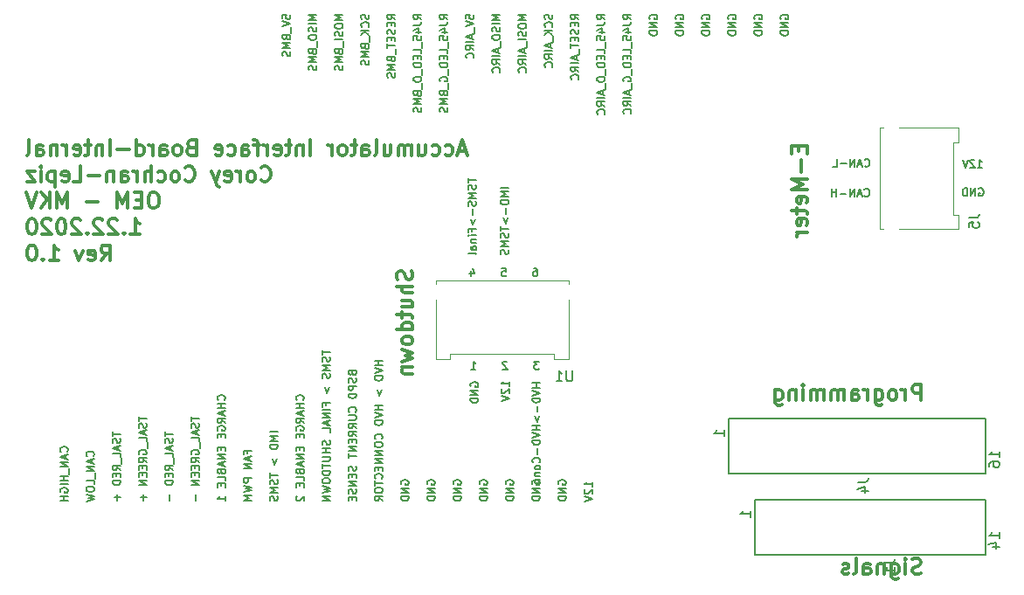
<source format=gbo>
G04 #@! TF.GenerationSoftware,KiCad,Pcbnew,5.1.5-52549c5~84~ubuntu18.04.1*
G04 #@! TF.CreationDate,2020-01-28T21:19:39-05:00*
G04 #@! TF.ProjectId,Internal_Acc_Interface,496e7465-726e-4616-9c5f-4163635f496e,rev?*
G04 #@! TF.SameCoordinates,Original*
G04 #@! TF.FileFunction,Legend,Bot*
G04 #@! TF.FilePolarity,Positive*
%FSLAX46Y46*%
G04 Gerber Fmt 4.6, Leading zero omitted, Abs format (unit mm)*
G04 Created by KiCad (PCBNEW 5.1.5-52549c5~84~ubuntu18.04.1) date 2020-01-28 21:19:39*
%MOMM*%
%LPD*%
G04 APERTURE LIST*
%ADD10C,0.127000*%
%ADD11C,0.300000*%
%ADD12C,0.150000*%
%ADD13C,0.120000*%
G04 APERTURE END LIST*
D10*
X181161878Y-85719000D02*
X181234450Y-85682714D01*
X181343307Y-85682714D01*
X181452164Y-85719000D01*
X181524735Y-85791571D01*
X181561021Y-85864142D01*
X181597307Y-86009285D01*
X181597307Y-86118142D01*
X181561021Y-86263285D01*
X181524735Y-86335857D01*
X181452164Y-86408428D01*
X181343307Y-86444714D01*
X181270735Y-86444714D01*
X181161878Y-86408428D01*
X181125592Y-86372142D01*
X181125592Y-86118142D01*
X181270735Y-86118142D01*
X180799021Y-86444714D02*
X180799021Y-85682714D01*
X180363592Y-86444714D01*
X180363592Y-85682714D01*
X180000735Y-86444714D02*
X180000735Y-85682714D01*
X179819307Y-85682714D01*
X179710450Y-85719000D01*
X179637878Y-85791571D01*
X179601592Y-85864142D01*
X179565307Y-86009285D01*
X179565307Y-86118142D01*
X179601592Y-86263285D01*
X179637878Y-86335857D01*
X179710450Y-86408428D01*
X179819307Y-86444714D01*
X180000735Y-86444714D01*
X181011878Y-83669714D02*
X181447307Y-83669714D01*
X181229592Y-83669714D02*
X181229592Y-82907714D01*
X181302164Y-83016571D01*
X181374735Y-83089142D01*
X181447307Y-83125428D01*
X180721592Y-82980285D02*
X180685307Y-82944000D01*
X180612735Y-82907714D01*
X180431307Y-82907714D01*
X180358735Y-82944000D01*
X180322450Y-82980285D01*
X180286164Y-83052857D01*
X180286164Y-83125428D01*
X180322450Y-83234285D01*
X180757878Y-83669714D01*
X180286164Y-83669714D01*
X180068450Y-82907714D02*
X179814450Y-83669714D01*
X179560450Y-82907714D01*
X170070835Y-86422142D02*
X170107121Y-86458428D01*
X170215978Y-86494714D01*
X170288550Y-86494714D01*
X170397407Y-86458428D01*
X170469978Y-86385857D01*
X170506264Y-86313285D01*
X170542550Y-86168142D01*
X170542550Y-86059285D01*
X170506264Y-85914142D01*
X170469978Y-85841571D01*
X170397407Y-85769000D01*
X170288550Y-85732714D01*
X170215978Y-85732714D01*
X170107121Y-85769000D01*
X170070835Y-85805285D01*
X169780550Y-86277000D02*
X169417692Y-86277000D01*
X169853121Y-86494714D02*
X169599121Y-85732714D01*
X169345121Y-86494714D01*
X169091121Y-86494714D02*
X169091121Y-85732714D01*
X168655692Y-86494714D01*
X168655692Y-85732714D01*
X168292835Y-86204428D02*
X167712264Y-86204428D01*
X167349407Y-86494714D02*
X167349407Y-85732714D01*
X167349407Y-86095571D02*
X166913978Y-86095571D01*
X166913978Y-86494714D02*
X166913978Y-85732714D01*
X170089407Y-83522142D02*
X170125692Y-83558428D01*
X170234550Y-83594714D01*
X170307121Y-83594714D01*
X170415978Y-83558428D01*
X170488550Y-83485857D01*
X170524835Y-83413285D01*
X170561121Y-83268142D01*
X170561121Y-83159285D01*
X170524835Y-83014142D01*
X170488550Y-82941571D01*
X170415978Y-82869000D01*
X170307121Y-82832714D01*
X170234550Y-82832714D01*
X170125692Y-82869000D01*
X170089407Y-82905285D01*
X169799121Y-83377000D02*
X169436264Y-83377000D01*
X169871692Y-83594714D02*
X169617692Y-82832714D01*
X169363692Y-83594714D01*
X169109692Y-83594714D02*
X169109692Y-82832714D01*
X168674264Y-83594714D01*
X168674264Y-82832714D01*
X168311407Y-83304428D02*
X167730835Y-83304428D01*
X167005121Y-83594714D02*
X167367978Y-83594714D01*
X167367978Y-82832714D01*
X138644714Y-104563978D02*
X137882714Y-104563978D01*
X138245571Y-104563978D02*
X138245571Y-104999407D01*
X138644714Y-104999407D02*
X137882714Y-104999407D01*
X137882714Y-105253407D02*
X138644714Y-105507407D01*
X137882714Y-105761407D01*
X138644714Y-106015407D02*
X137882714Y-106015407D01*
X137882714Y-106196835D01*
X137919000Y-106305692D01*
X137991571Y-106378264D01*
X138064142Y-106414550D01*
X138209285Y-106450835D01*
X138318142Y-106450835D01*
X138463285Y-106414550D01*
X138535857Y-106378264D01*
X138608428Y-106305692D01*
X138644714Y-106196835D01*
X138644714Y-106015407D01*
X138354428Y-106777407D02*
X138354428Y-107357978D01*
X138136714Y-107720835D02*
X138354428Y-108301407D01*
X138572142Y-107720835D01*
X138644714Y-108664264D02*
X137882714Y-108664264D01*
X138245571Y-108664264D02*
X138245571Y-109099692D01*
X138644714Y-109099692D02*
X137882714Y-109099692D01*
X137882714Y-109353692D02*
X138644714Y-109607692D01*
X137882714Y-109861692D01*
X138644714Y-110115692D02*
X137882714Y-110115692D01*
X137882714Y-110297121D01*
X137919000Y-110405978D01*
X137991571Y-110478550D01*
X138064142Y-110514835D01*
X138209285Y-110551121D01*
X138318142Y-110551121D01*
X138463285Y-110514835D01*
X138535857Y-110478550D01*
X138608428Y-110405978D01*
X138644714Y-110297121D01*
X138644714Y-110115692D01*
X138354428Y-110877692D02*
X138354428Y-111458264D01*
X138572142Y-112256550D02*
X138608428Y-112220264D01*
X138644714Y-112111407D01*
X138644714Y-112038835D01*
X138608428Y-111929978D01*
X138535857Y-111857407D01*
X138463285Y-111821121D01*
X138318142Y-111784835D01*
X138209285Y-111784835D01*
X138064142Y-111821121D01*
X137991571Y-111857407D01*
X137919000Y-111929978D01*
X137882714Y-112038835D01*
X137882714Y-112111407D01*
X137919000Y-112220264D01*
X137955285Y-112256550D01*
X138644714Y-112691978D02*
X138608428Y-112619407D01*
X138572142Y-112583121D01*
X138499571Y-112546835D01*
X138281857Y-112546835D01*
X138209285Y-112583121D01*
X138173000Y-112619407D01*
X138136714Y-112691978D01*
X138136714Y-112800835D01*
X138173000Y-112873407D01*
X138209285Y-112909692D01*
X138281857Y-112945978D01*
X138499571Y-112945978D01*
X138572142Y-112909692D01*
X138608428Y-112873407D01*
X138644714Y-112800835D01*
X138644714Y-112691978D01*
X138136714Y-113272550D02*
X138644714Y-113272550D01*
X138209285Y-113272550D02*
X138173000Y-113308835D01*
X138136714Y-113381407D01*
X138136714Y-113490264D01*
X138173000Y-113562835D01*
X138245571Y-113599121D01*
X138644714Y-113599121D01*
X138136714Y-113961978D02*
X138644714Y-113961978D01*
X138209285Y-113961978D02*
X138173000Y-113998264D01*
X138136714Y-114070835D01*
X138136714Y-114179692D01*
X138173000Y-114252264D01*
X138245571Y-114288550D01*
X138644714Y-114288550D01*
X135619714Y-104838121D02*
X135619714Y-104402692D01*
X135619714Y-104620407D02*
X134857714Y-104620407D01*
X134966571Y-104547835D01*
X135039142Y-104475264D01*
X135075428Y-104402692D01*
X134930285Y-105128407D02*
X134894000Y-105164692D01*
X134857714Y-105237264D01*
X134857714Y-105418692D01*
X134894000Y-105491264D01*
X134930285Y-105527550D01*
X135002857Y-105563835D01*
X135075428Y-105563835D01*
X135184285Y-105527550D01*
X135619714Y-105092121D01*
X135619714Y-105563835D01*
X134857714Y-105781550D02*
X135619714Y-106035550D01*
X134857714Y-106289550D01*
X131919000Y-104888121D02*
X131882714Y-104815550D01*
X131882714Y-104706692D01*
X131919000Y-104597835D01*
X131991571Y-104525264D01*
X132064142Y-104488978D01*
X132209285Y-104452692D01*
X132318142Y-104452692D01*
X132463285Y-104488978D01*
X132535857Y-104525264D01*
X132608428Y-104597835D01*
X132644714Y-104706692D01*
X132644714Y-104779264D01*
X132608428Y-104888121D01*
X132572142Y-104924407D01*
X132318142Y-104924407D01*
X132318142Y-104779264D01*
X132644714Y-105250978D02*
X131882714Y-105250978D01*
X132644714Y-105686407D01*
X131882714Y-105686407D01*
X132644714Y-106049264D02*
X131882714Y-106049264D01*
X131882714Y-106230692D01*
X131919000Y-106339550D01*
X131991571Y-106412121D01*
X132064142Y-106448407D01*
X132209285Y-106484692D01*
X132318142Y-106484692D01*
X132463285Y-106448407D01*
X132535857Y-106412121D01*
X132608428Y-106339550D01*
X132644714Y-106230692D01*
X132644714Y-106049264D01*
X131657714Y-84706307D02*
X131657714Y-85141735D01*
X132419714Y-84924021D02*
X131657714Y-84924021D01*
X132383428Y-85359450D02*
X132419714Y-85468307D01*
X132419714Y-85649735D01*
X132383428Y-85722307D01*
X132347142Y-85758592D01*
X132274571Y-85794878D01*
X132202000Y-85794878D01*
X132129428Y-85758592D01*
X132093142Y-85722307D01*
X132056857Y-85649735D01*
X132020571Y-85504592D01*
X131984285Y-85432021D01*
X131948000Y-85395735D01*
X131875428Y-85359450D01*
X131802857Y-85359450D01*
X131730285Y-85395735D01*
X131694000Y-85432021D01*
X131657714Y-85504592D01*
X131657714Y-85686021D01*
X131694000Y-85794878D01*
X132419714Y-86121450D02*
X131657714Y-86121450D01*
X132202000Y-86375450D01*
X131657714Y-86629450D01*
X132419714Y-86629450D01*
X132383428Y-86956021D02*
X132419714Y-87064878D01*
X132419714Y-87246307D01*
X132383428Y-87318878D01*
X132347142Y-87355164D01*
X132274571Y-87391450D01*
X132202000Y-87391450D01*
X132129428Y-87355164D01*
X132093142Y-87318878D01*
X132056857Y-87246307D01*
X132020571Y-87101164D01*
X131984285Y-87028592D01*
X131948000Y-86992307D01*
X131875428Y-86956021D01*
X131802857Y-86956021D01*
X131730285Y-86992307D01*
X131694000Y-87028592D01*
X131657714Y-87101164D01*
X131657714Y-87282592D01*
X131694000Y-87391450D01*
X132129428Y-87718021D02*
X132129428Y-88298592D01*
X131911714Y-88661450D02*
X132129428Y-89242021D01*
X132347142Y-88661450D01*
X132020571Y-89858878D02*
X132020571Y-89604878D01*
X132419714Y-89604878D02*
X131657714Y-89604878D01*
X131657714Y-89967735D01*
X132419714Y-90258021D02*
X131911714Y-90258021D01*
X131657714Y-90258021D02*
X131694000Y-90221735D01*
X131730285Y-90258021D01*
X131694000Y-90294307D01*
X131657714Y-90258021D01*
X131730285Y-90258021D01*
X131911714Y-90620878D02*
X132419714Y-90620878D01*
X131984285Y-90620878D02*
X131948000Y-90657164D01*
X131911714Y-90729735D01*
X131911714Y-90838592D01*
X131948000Y-90911164D01*
X132020571Y-90947450D01*
X132419714Y-90947450D01*
X132419714Y-91636878D02*
X132020571Y-91636878D01*
X131948000Y-91600592D01*
X131911714Y-91528021D01*
X131911714Y-91382878D01*
X131948000Y-91310307D01*
X132383428Y-91636878D02*
X132419714Y-91564307D01*
X132419714Y-91382878D01*
X132383428Y-91310307D01*
X132310857Y-91274021D01*
X132238285Y-91274021D01*
X132165714Y-91310307D01*
X132129428Y-91382878D01*
X132129428Y-91564307D01*
X132093142Y-91636878D01*
X132419714Y-92108592D02*
X132383428Y-92036021D01*
X132310857Y-91999735D01*
X131657714Y-91999735D01*
X135569714Y-85613450D02*
X134807714Y-85613450D01*
X135569714Y-85976307D02*
X134807714Y-85976307D01*
X135352000Y-86230307D01*
X134807714Y-86484307D01*
X135569714Y-86484307D01*
X135569714Y-86847164D02*
X134807714Y-86847164D01*
X134807714Y-87028592D01*
X134844000Y-87137450D01*
X134916571Y-87210021D01*
X134989142Y-87246307D01*
X135134285Y-87282592D01*
X135243142Y-87282592D01*
X135388285Y-87246307D01*
X135460857Y-87210021D01*
X135533428Y-87137450D01*
X135569714Y-87028592D01*
X135569714Y-86847164D01*
X135279428Y-87609164D02*
X135279428Y-88189735D01*
X135061714Y-88552592D02*
X135279428Y-89133164D01*
X135497142Y-88552592D01*
X134807714Y-89387164D02*
X134807714Y-89822592D01*
X135569714Y-89604878D02*
X134807714Y-89604878D01*
X135533428Y-90040307D02*
X135569714Y-90149164D01*
X135569714Y-90330592D01*
X135533428Y-90403164D01*
X135497142Y-90439450D01*
X135424571Y-90475735D01*
X135352000Y-90475735D01*
X135279428Y-90439450D01*
X135243142Y-90403164D01*
X135206857Y-90330592D01*
X135170571Y-90185450D01*
X135134285Y-90112878D01*
X135098000Y-90076592D01*
X135025428Y-90040307D01*
X134952857Y-90040307D01*
X134880285Y-90076592D01*
X134844000Y-90112878D01*
X134807714Y-90185450D01*
X134807714Y-90366878D01*
X134844000Y-90475735D01*
X135569714Y-90802307D02*
X134807714Y-90802307D01*
X135352000Y-91056307D01*
X134807714Y-91310307D01*
X135569714Y-91310307D01*
X135533428Y-91636878D02*
X135569714Y-91745735D01*
X135569714Y-91927164D01*
X135533428Y-91999735D01*
X135497142Y-92036021D01*
X135424571Y-92072307D01*
X135352000Y-92072307D01*
X135279428Y-92036021D01*
X135243142Y-91999735D01*
X135206857Y-91927164D01*
X135170571Y-91782021D01*
X135134285Y-91709450D01*
X135098000Y-91673164D01*
X135025428Y-91636878D01*
X134952857Y-91636878D01*
X134880285Y-91673164D01*
X134844000Y-91709450D01*
X134807714Y-91782021D01*
X134807714Y-91963450D01*
X134844000Y-92072307D01*
X138002857Y-93432714D02*
X138148000Y-93432714D01*
X138220571Y-93469000D01*
X138256857Y-93505285D01*
X138329428Y-93614142D01*
X138365714Y-93759285D01*
X138365714Y-94049571D01*
X138329428Y-94122142D01*
X138293142Y-94158428D01*
X138220571Y-94194714D01*
X138075428Y-94194714D01*
X138002857Y-94158428D01*
X137966571Y-94122142D01*
X137930285Y-94049571D01*
X137930285Y-93868142D01*
X137966571Y-93795571D01*
X138002857Y-93759285D01*
X138075428Y-93723000D01*
X138220571Y-93723000D01*
X138293142Y-93759285D01*
X138329428Y-93795571D01*
X138365714Y-93868142D01*
X134918571Y-93432714D02*
X135281428Y-93432714D01*
X135317714Y-93795571D01*
X135281428Y-93759285D01*
X135208857Y-93723000D01*
X135027428Y-93723000D01*
X134954857Y-93759285D01*
X134918571Y-93795571D01*
X134882285Y-93868142D01*
X134882285Y-94049571D01*
X134918571Y-94122142D01*
X134954857Y-94158428D01*
X135027428Y-94194714D01*
X135208857Y-94194714D01*
X135281428Y-94158428D01*
X135317714Y-94122142D01*
X131906857Y-93686714D02*
X131906857Y-94194714D01*
X132088285Y-93396428D02*
X132269714Y-93940714D01*
X131798000Y-93940714D01*
X138527000Y-102457714D02*
X138055285Y-102457714D01*
X138309285Y-102748000D01*
X138200428Y-102748000D01*
X138127857Y-102784285D01*
X138091571Y-102820571D01*
X138055285Y-102893142D01*
X138055285Y-103074571D01*
X138091571Y-103147142D01*
X138127857Y-103183428D01*
X138200428Y-103219714D01*
X138418142Y-103219714D01*
X138490714Y-103183428D01*
X138527000Y-103147142D01*
X135442714Y-102530285D02*
X135406428Y-102494000D01*
X135333857Y-102457714D01*
X135152428Y-102457714D01*
X135079857Y-102494000D01*
X135043571Y-102530285D01*
X135007285Y-102602857D01*
X135007285Y-102675428D01*
X135043571Y-102784285D01*
X135479000Y-103219714D01*
X135007285Y-103219714D01*
X131959285Y-103219714D02*
X132394714Y-103219714D01*
X132177000Y-103219714D02*
X132177000Y-102457714D01*
X132249571Y-102566571D01*
X132322142Y-102639142D01*
X132394714Y-102675428D01*
X113677714Y-69251835D02*
X113677714Y-68888978D01*
X114040571Y-68852692D01*
X114004285Y-68888978D01*
X113968000Y-68961550D01*
X113968000Y-69142978D01*
X114004285Y-69215550D01*
X114040571Y-69251835D01*
X114113142Y-69288121D01*
X114294571Y-69288121D01*
X114367142Y-69251835D01*
X114403428Y-69215550D01*
X114439714Y-69142978D01*
X114439714Y-68961550D01*
X114403428Y-68888978D01*
X114367142Y-68852692D01*
X113677714Y-69505835D02*
X114439714Y-69759835D01*
X113677714Y-70013835D01*
X114512285Y-70086407D02*
X114512285Y-70666978D01*
X114040571Y-71102407D02*
X114076857Y-71211264D01*
X114113142Y-71247550D01*
X114185714Y-71283835D01*
X114294571Y-71283835D01*
X114367142Y-71247550D01*
X114403428Y-71211264D01*
X114439714Y-71138692D01*
X114439714Y-70848407D01*
X113677714Y-70848407D01*
X113677714Y-71102407D01*
X113714000Y-71174978D01*
X113750285Y-71211264D01*
X113822857Y-71247550D01*
X113895428Y-71247550D01*
X113968000Y-71211264D01*
X114004285Y-71174978D01*
X114040571Y-71102407D01*
X114040571Y-70848407D01*
X114439714Y-71610407D02*
X113677714Y-71610407D01*
X114222000Y-71864407D01*
X113677714Y-72118407D01*
X114439714Y-72118407D01*
X114403428Y-72444978D02*
X114439714Y-72553835D01*
X114439714Y-72735264D01*
X114403428Y-72807835D01*
X114367142Y-72844121D01*
X114294571Y-72880407D01*
X114222000Y-72880407D01*
X114149428Y-72844121D01*
X114113142Y-72807835D01*
X114076857Y-72735264D01*
X114040571Y-72590121D01*
X114004285Y-72517550D01*
X113968000Y-72481264D01*
X113895428Y-72444978D01*
X113822857Y-72444978D01*
X113750285Y-72481264D01*
X113714000Y-72517550D01*
X113677714Y-72590121D01*
X113677714Y-72771550D01*
X113714000Y-72880407D01*
X116979714Y-68888978D02*
X116217714Y-68888978D01*
X116762000Y-69142978D01*
X116217714Y-69396978D01*
X116979714Y-69396978D01*
X116979714Y-69759835D02*
X116217714Y-69759835D01*
X116943428Y-70086407D02*
X116979714Y-70195264D01*
X116979714Y-70376692D01*
X116943428Y-70449264D01*
X116907142Y-70485550D01*
X116834571Y-70521835D01*
X116762000Y-70521835D01*
X116689428Y-70485550D01*
X116653142Y-70449264D01*
X116616857Y-70376692D01*
X116580571Y-70231550D01*
X116544285Y-70158978D01*
X116508000Y-70122692D01*
X116435428Y-70086407D01*
X116362857Y-70086407D01*
X116290285Y-70122692D01*
X116254000Y-70158978D01*
X116217714Y-70231550D01*
X116217714Y-70412978D01*
X116254000Y-70521835D01*
X116217714Y-70993550D02*
X116217714Y-71138692D01*
X116254000Y-71211264D01*
X116326571Y-71283835D01*
X116471714Y-71320121D01*
X116725714Y-71320121D01*
X116870857Y-71283835D01*
X116943428Y-71211264D01*
X116979714Y-71138692D01*
X116979714Y-70993550D01*
X116943428Y-70920978D01*
X116870857Y-70848407D01*
X116725714Y-70812121D01*
X116471714Y-70812121D01*
X116326571Y-70848407D01*
X116254000Y-70920978D01*
X116217714Y-70993550D01*
X117052285Y-71465264D02*
X117052285Y-72045835D01*
X116580571Y-72481264D02*
X116616857Y-72590121D01*
X116653142Y-72626407D01*
X116725714Y-72662692D01*
X116834571Y-72662692D01*
X116907142Y-72626407D01*
X116943428Y-72590121D01*
X116979714Y-72517550D01*
X116979714Y-72227264D01*
X116217714Y-72227264D01*
X116217714Y-72481264D01*
X116254000Y-72553835D01*
X116290285Y-72590121D01*
X116362857Y-72626407D01*
X116435428Y-72626407D01*
X116508000Y-72590121D01*
X116544285Y-72553835D01*
X116580571Y-72481264D01*
X116580571Y-72227264D01*
X116979714Y-72989264D02*
X116217714Y-72989264D01*
X116762000Y-73243264D01*
X116217714Y-73497264D01*
X116979714Y-73497264D01*
X116943428Y-73823835D02*
X116979714Y-73932692D01*
X116979714Y-74114121D01*
X116943428Y-74186692D01*
X116907142Y-74222978D01*
X116834571Y-74259264D01*
X116762000Y-74259264D01*
X116689428Y-74222978D01*
X116653142Y-74186692D01*
X116616857Y-74114121D01*
X116580571Y-73968978D01*
X116544285Y-73896407D01*
X116508000Y-73860121D01*
X116435428Y-73823835D01*
X116362857Y-73823835D01*
X116290285Y-73860121D01*
X116254000Y-73896407D01*
X116217714Y-73968978D01*
X116217714Y-74150407D01*
X116254000Y-74259264D01*
X119519714Y-68888978D02*
X118757714Y-68888978D01*
X119302000Y-69142978D01*
X118757714Y-69396978D01*
X119519714Y-69396978D01*
X118757714Y-69904978D02*
X118757714Y-70050121D01*
X118794000Y-70122692D01*
X118866571Y-70195264D01*
X119011714Y-70231550D01*
X119265714Y-70231550D01*
X119410857Y-70195264D01*
X119483428Y-70122692D01*
X119519714Y-70050121D01*
X119519714Y-69904978D01*
X119483428Y-69832407D01*
X119410857Y-69759835D01*
X119265714Y-69723550D01*
X119011714Y-69723550D01*
X118866571Y-69759835D01*
X118794000Y-69832407D01*
X118757714Y-69904978D01*
X119483428Y-70521835D02*
X119519714Y-70630692D01*
X119519714Y-70812121D01*
X119483428Y-70884692D01*
X119447142Y-70920978D01*
X119374571Y-70957264D01*
X119302000Y-70957264D01*
X119229428Y-70920978D01*
X119193142Y-70884692D01*
X119156857Y-70812121D01*
X119120571Y-70666978D01*
X119084285Y-70594407D01*
X119048000Y-70558121D01*
X118975428Y-70521835D01*
X118902857Y-70521835D01*
X118830285Y-70558121D01*
X118794000Y-70594407D01*
X118757714Y-70666978D01*
X118757714Y-70848407D01*
X118794000Y-70957264D01*
X119519714Y-71283835D02*
X118757714Y-71283835D01*
X119592285Y-71465264D02*
X119592285Y-72045835D01*
X119120571Y-72481264D02*
X119156857Y-72590121D01*
X119193142Y-72626407D01*
X119265714Y-72662692D01*
X119374571Y-72662692D01*
X119447142Y-72626407D01*
X119483428Y-72590121D01*
X119519714Y-72517550D01*
X119519714Y-72227264D01*
X118757714Y-72227264D01*
X118757714Y-72481264D01*
X118794000Y-72553835D01*
X118830285Y-72590121D01*
X118902857Y-72626407D01*
X118975428Y-72626407D01*
X119048000Y-72590121D01*
X119084285Y-72553835D01*
X119120571Y-72481264D01*
X119120571Y-72227264D01*
X119519714Y-72989264D02*
X118757714Y-72989264D01*
X119302000Y-73243264D01*
X118757714Y-73497264D01*
X119519714Y-73497264D01*
X119483428Y-73823835D02*
X119519714Y-73932692D01*
X119519714Y-74114121D01*
X119483428Y-74186692D01*
X119447142Y-74222978D01*
X119374571Y-74259264D01*
X119302000Y-74259264D01*
X119229428Y-74222978D01*
X119193142Y-74186692D01*
X119156857Y-74114121D01*
X119120571Y-73968978D01*
X119084285Y-73896407D01*
X119048000Y-73860121D01*
X118975428Y-73823835D01*
X118902857Y-73823835D01*
X118830285Y-73860121D01*
X118794000Y-73896407D01*
X118757714Y-73968978D01*
X118757714Y-74150407D01*
X118794000Y-74259264D01*
X122023428Y-68852692D02*
X122059714Y-68961550D01*
X122059714Y-69142978D01*
X122023428Y-69215550D01*
X121987142Y-69251835D01*
X121914571Y-69288121D01*
X121842000Y-69288121D01*
X121769428Y-69251835D01*
X121733142Y-69215550D01*
X121696857Y-69142978D01*
X121660571Y-68997835D01*
X121624285Y-68925264D01*
X121588000Y-68888978D01*
X121515428Y-68852692D01*
X121442857Y-68852692D01*
X121370285Y-68888978D01*
X121334000Y-68925264D01*
X121297714Y-68997835D01*
X121297714Y-69179264D01*
X121334000Y-69288121D01*
X121987142Y-70050121D02*
X122023428Y-70013835D01*
X122059714Y-69904978D01*
X122059714Y-69832407D01*
X122023428Y-69723549D01*
X121950857Y-69650978D01*
X121878285Y-69614692D01*
X121733142Y-69578407D01*
X121624285Y-69578407D01*
X121479142Y-69614692D01*
X121406571Y-69650978D01*
X121334000Y-69723549D01*
X121297714Y-69832407D01*
X121297714Y-69904978D01*
X121334000Y-70013835D01*
X121370285Y-70050121D01*
X122059714Y-70376692D02*
X121297714Y-70376692D01*
X122059714Y-70812121D02*
X121624285Y-70485549D01*
X121297714Y-70812121D02*
X121733142Y-70376692D01*
X122132285Y-70957264D02*
X122132285Y-71537835D01*
X121660571Y-71973264D02*
X121696857Y-72082121D01*
X121733142Y-72118407D01*
X121805714Y-72154692D01*
X121914571Y-72154692D01*
X121987142Y-72118407D01*
X122023428Y-72082121D01*
X122059714Y-72009549D01*
X122059714Y-71719264D01*
X121297714Y-71719264D01*
X121297714Y-71973264D01*
X121334000Y-72045835D01*
X121370285Y-72082121D01*
X121442857Y-72118407D01*
X121515428Y-72118407D01*
X121588000Y-72082121D01*
X121624285Y-72045835D01*
X121660571Y-71973264D01*
X121660571Y-71719264D01*
X122059714Y-72481264D02*
X121297714Y-72481264D01*
X121842000Y-72735264D01*
X121297714Y-72989264D01*
X122059714Y-72989264D01*
X122023428Y-73315835D02*
X122059714Y-73424692D01*
X122059714Y-73606121D01*
X122023428Y-73678692D01*
X121987142Y-73714978D01*
X121914571Y-73751264D01*
X121842000Y-73751264D01*
X121769428Y-73714978D01*
X121733142Y-73678692D01*
X121696857Y-73606121D01*
X121660571Y-73460978D01*
X121624285Y-73388407D01*
X121588000Y-73352121D01*
X121515428Y-73315835D01*
X121442857Y-73315835D01*
X121370285Y-73352121D01*
X121334000Y-73388407D01*
X121297714Y-73460978D01*
X121297714Y-73642407D01*
X121334000Y-73751264D01*
X124599714Y-69324407D02*
X124236857Y-69070407D01*
X124599714Y-68888978D02*
X123837714Y-68888978D01*
X123837714Y-69179264D01*
X123874000Y-69251835D01*
X123910285Y-69288121D01*
X123982857Y-69324407D01*
X124091714Y-69324407D01*
X124164285Y-69288121D01*
X124200571Y-69251835D01*
X124236857Y-69179264D01*
X124236857Y-68888978D01*
X124200571Y-69650978D02*
X124200571Y-69904978D01*
X124599714Y-70013835D02*
X124599714Y-69650978D01*
X123837714Y-69650978D01*
X123837714Y-70013835D01*
X124563428Y-70304121D02*
X124599714Y-70412978D01*
X124599714Y-70594407D01*
X124563428Y-70666978D01*
X124527142Y-70703264D01*
X124454571Y-70739550D01*
X124382000Y-70739550D01*
X124309428Y-70703264D01*
X124273142Y-70666978D01*
X124236857Y-70594407D01*
X124200571Y-70449264D01*
X124164285Y-70376692D01*
X124128000Y-70340407D01*
X124055428Y-70304121D01*
X123982857Y-70304121D01*
X123910285Y-70340407D01*
X123874000Y-70376692D01*
X123837714Y-70449264D01*
X123837714Y-70630692D01*
X123874000Y-70739550D01*
X124200571Y-71066121D02*
X124200571Y-71320121D01*
X124599714Y-71428978D02*
X124599714Y-71066121D01*
X123837714Y-71066121D01*
X123837714Y-71428978D01*
X123837714Y-71646692D02*
X123837714Y-72082121D01*
X124599714Y-71864407D02*
X123837714Y-71864407D01*
X124672285Y-72154692D02*
X124672285Y-72735264D01*
X124200571Y-73170692D02*
X124236857Y-73279550D01*
X124273142Y-73315835D01*
X124345714Y-73352121D01*
X124454571Y-73352121D01*
X124527142Y-73315835D01*
X124563428Y-73279550D01*
X124599714Y-73206978D01*
X124599714Y-72916692D01*
X123837714Y-72916692D01*
X123837714Y-73170692D01*
X123874000Y-73243264D01*
X123910285Y-73279550D01*
X123982857Y-73315835D01*
X124055428Y-73315835D01*
X124128000Y-73279550D01*
X124164285Y-73243264D01*
X124200571Y-73170692D01*
X124200571Y-72916692D01*
X124599714Y-73678692D02*
X123837714Y-73678692D01*
X124382000Y-73932692D01*
X123837714Y-74186692D01*
X124599714Y-74186692D01*
X124563428Y-74513264D02*
X124599714Y-74622121D01*
X124599714Y-74803550D01*
X124563428Y-74876121D01*
X124527142Y-74912407D01*
X124454571Y-74948692D01*
X124382000Y-74948692D01*
X124309428Y-74912407D01*
X124273142Y-74876121D01*
X124236857Y-74803550D01*
X124200571Y-74658407D01*
X124164285Y-74585835D01*
X124128000Y-74549550D01*
X124055428Y-74513264D01*
X123982857Y-74513264D01*
X123910285Y-74549550D01*
X123874000Y-74585835D01*
X123837714Y-74658407D01*
X123837714Y-74839835D01*
X123874000Y-74948692D01*
X127139714Y-69324407D02*
X126776857Y-69070407D01*
X127139714Y-68888978D02*
X126377714Y-68888978D01*
X126377714Y-69179264D01*
X126414000Y-69251835D01*
X126450285Y-69288121D01*
X126522857Y-69324407D01*
X126631714Y-69324407D01*
X126704285Y-69288121D01*
X126740571Y-69251835D01*
X126776857Y-69179264D01*
X126776857Y-68888978D01*
X126377714Y-69868692D02*
X126922000Y-69868692D01*
X127030857Y-69832407D01*
X127103428Y-69759835D01*
X127139714Y-69650978D01*
X127139714Y-69578407D01*
X126631714Y-70558121D02*
X127139714Y-70558121D01*
X126341428Y-70376692D02*
X126885714Y-70195264D01*
X126885714Y-70666978D01*
X126377714Y-71320121D02*
X126377714Y-70957264D01*
X126740571Y-70920978D01*
X126704285Y-70957264D01*
X126668000Y-71029835D01*
X126668000Y-71211264D01*
X126704285Y-71283835D01*
X126740571Y-71320121D01*
X126813142Y-71356407D01*
X126994571Y-71356407D01*
X127067142Y-71320121D01*
X127103428Y-71283835D01*
X127139714Y-71211264D01*
X127139714Y-71029835D01*
X127103428Y-70957264D01*
X127067142Y-70920978D01*
X127212285Y-71501550D02*
X127212285Y-72082121D01*
X127139714Y-72626407D02*
X127139714Y-72263550D01*
X126377714Y-72263550D01*
X126740571Y-72880407D02*
X126740571Y-73134407D01*
X127139714Y-73243264D02*
X127139714Y-72880407D01*
X126377714Y-72880407D01*
X126377714Y-73243264D01*
X127139714Y-73569835D02*
X126377714Y-73569835D01*
X126377714Y-73751264D01*
X126414000Y-73860121D01*
X126486571Y-73932692D01*
X126559142Y-73968978D01*
X126704285Y-74005264D01*
X126813142Y-74005264D01*
X126958285Y-73968978D01*
X127030857Y-73932692D01*
X127103428Y-73860121D01*
X127139714Y-73751264D01*
X127139714Y-73569835D01*
X127212285Y-74150407D02*
X127212285Y-74730978D01*
X126377714Y-75057550D02*
X126377714Y-75202692D01*
X126414000Y-75275264D01*
X126486571Y-75347835D01*
X126631714Y-75384121D01*
X126885714Y-75384121D01*
X127030857Y-75347835D01*
X127103428Y-75275264D01*
X127139714Y-75202692D01*
X127139714Y-75057550D01*
X127103428Y-74984978D01*
X127030857Y-74912407D01*
X126885714Y-74876121D01*
X126631714Y-74876121D01*
X126486571Y-74912407D01*
X126414000Y-74984978D01*
X126377714Y-75057550D01*
X127212285Y-75529264D02*
X127212285Y-76109835D01*
X126740571Y-76545264D02*
X126776857Y-76654121D01*
X126813142Y-76690407D01*
X126885714Y-76726692D01*
X126994571Y-76726692D01*
X127067142Y-76690407D01*
X127103428Y-76654121D01*
X127139714Y-76581550D01*
X127139714Y-76291264D01*
X126377714Y-76291264D01*
X126377714Y-76545264D01*
X126414000Y-76617835D01*
X126450285Y-76654121D01*
X126522857Y-76690407D01*
X126595428Y-76690407D01*
X126668000Y-76654121D01*
X126704285Y-76617835D01*
X126740571Y-76545264D01*
X126740571Y-76291264D01*
X127139714Y-77053264D02*
X126377714Y-77053264D01*
X126922000Y-77307264D01*
X126377714Y-77561264D01*
X127139714Y-77561264D01*
X127103428Y-77887835D02*
X127139714Y-77996692D01*
X127139714Y-78178121D01*
X127103428Y-78250692D01*
X127067142Y-78286978D01*
X126994571Y-78323264D01*
X126922000Y-78323264D01*
X126849428Y-78286978D01*
X126813142Y-78250692D01*
X126776857Y-78178121D01*
X126740571Y-78032978D01*
X126704285Y-77960407D01*
X126668000Y-77924121D01*
X126595428Y-77887835D01*
X126522857Y-77887835D01*
X126450285Y-77924121D01*
X126414000Y-77960407D01*
X126377714Y-78032978D01*
X126377714Y-78214407D01*
X126414000Y-78323264D01*
X129679714Y-69324407D02*
X129316857Y-69070407D01*
X129679714Y-68888978D02*
X128917714Y-68888978D01*
X128917714Y-69179264D01*
X128954000Y-69251835D01*
X128990285Y-69288121D01*
X129062857Y-69324407D01*
X129171714Y-69324407D01*
X129244285Y-69288121D01*
X129280571Y-69251835D01*
X129316857Y-69179264D01*
X129316857Y-68888978D01*
X128917714Y-69868692D02*
X129462000Y-69868692D01*
X129570857Y-69832407D01*
X129643428Y-69759835D01*
X129679714Y-69650978D01*
X129679714Y-69578407D01*
X129171714Y-70558121D02*
X129679714Y-70558121D01*
X128881428Y-70376692D02*
X129425714Y-70195264D01*
X129425714Y-70666978D01*
X128917714Y-71320121D02*
X128917714Y-70957264D01*
X129280571Y-70920978D01*
X129244285Y-70957264D01*
X129208000Y-71029835D01*
X129208000Y-71211264D01*
X129244285Y-71283835D01*
X129280571Y-71320121D01*
X129353142Y-71356407D01*
X129534571Y-71356407D01*
X129607142Y-71320121D01*
X129643428Y-71283835D01*
X129679714Y-71211264D01*
X129679714Y-71029835D01*
X129643428Y-70957264D01*
X129607142Y-70920978D01*
X129752285Y-71501550D02*
X129752285Y-72082121D01*
X129679714Y-72626407D02*
X129679714Y-72263550D01*
X128917714Y-72263550D01*
X129280571Y-72880407D02*
X129280571Y-73134407D01*
X129679714Y-73243264D02*
X129679714Y-72880407D01*
X128917714Y-72880407D01*
X128917714Y-73243264D01*
X129679714Y-73569835D02*
X128917714Y-73569835D01*
X128917714Y-73751264D01*
X128954000Y-73860121D01*
X129026571Y-73932692D01*
X129099142Y-73968978D01*
X129244285Y-74005264D01*
X129353142Y-74005264D01*
X129498285Y-73968978D01*
X129570857Y-73932692D01*
X129643428Y-73860121D01*
X129679714Y-73751264D01*
X129679714Y-73569835D01*
X129752285Y-74150407D02*
X129752285Y-74730978D01*
X128954000Y-75311550D02*
X128917714Y-75238978D01*
X128917714Y-75130121D01*
X128954000Y-75021264D01*
X129026571Y-74948692D01*
X129099142Y-74912407D01*
X129244285Y-74876121D01*
X129353142Y-74876121D01*
X129498285Y-74912407D01*
X129570857Y-74948692D01*
X129643428Y-75021264D01*
X129679714Y-75130121D01*
X129679714Y-75202692D01*
X129643428Y-75311550D01*
X129607142Y-75347835D01*
X129353142Y-75347835D01*
X129353142Y-75202692D01*
X129752285Y-75492978D02*
X129752285Y-76073550D01*
X129280571Y-76508978D02*
X129316857Y-76617835D01*
X129353142Y-76654121D01*
X129425714Y-76690407D01*
X129534571Y-76690407D01*
X129607142Y-76654121D01*
X129643428Y-76617835D01*
X129679714Y-76545264D01*
X129679714Y-76254978D01*
X128917714Y-76254978D01*
X128917714Y-76508978D01*
X128954000Y-76581550D01*
X128990285Y-76617835D01*
X129062857Y-76654121D01*
X129135428Y-76654121D01*
X129208000Y-76617835D01*
X129244285Y-76581550D01*
X129280571Y-76508978D01*
X129280571Y-76254978D01*
X129679714Y-77016978D02*
X128917714Y-77016978D01*
X129462000Y-77270978D01*
X128917714Y-77524978D01*
X129679714Y-77524978D01*
X129643428Y-77851550D02*
X129679714Y-77960407D01*
X129679714Y-78141835D01*
X129643428Y-78214407D01*
X129607142Y-78250692D01*
X129534571Y-78286978D01*
X129462000Y-78286978D01*
X129389428Y-78250692D01*
X129353142Y-78214407D01*
X129316857Y-78141835D01*
X129280571Y-77996692D01*
X129244285Y-77924121D01*
X129208000Y-77887835D01*
X129135428Y-77851550D01*
X129062857Y-77851550D01*
X128990285Y-77887835D01*
X128954000Y-77924121D01*
X128917714Y-77996692D01*
X128917714Y-78178121D01*
X128954000Y-78286978D01*
X131457714Y-69251835D02*
X131457714Y-68888978D01*
X131820571Y-68852692D01*
X131784285Y-68888978D01*
X131748000Y-68961550D01*
X131748000Y-69142978D01*
X131784285Y-69215550D01*
X131820571Y-69251835D01*
X131893142Y-69288121D01*
X132074571Y-69288121D01*
X132147142Y-69251835D01*
X132183428Y-69215550D01*
X132219714Y-69142978D01*
X132219714Y-68961550D01*
X132183428Y-68888978D01*
X132147142Y-68852692D01*
X131457714Y-69505835D02*
X132219714Y-69759835D01*
X131457714Y-70013835D01*
X132292285Y-70086407D02*
X132292285Y-70666978D01*
X132002000Y-70812121D02*
X132002000Y-71174978D01*
X132219714Y-70739550D02*
X131457714Y-70993550D01*
X132219714Y-71247550D01*
X132219714Y-71501550D02*
X131457714Y-71501550D01*
X132219714Y-72299835D02*
X131856857Y-72045835D01*
X132219714Y-71864407D02*
X131457714Y-71864407D01*
X131457714Y-72154692D01*
X131494000Y-72227264D01*
X131530285Y-72263550D01*
X131602857Y-72299835D01*
X131711714Y-72299835D01*
X131784285Y-72263550D01*
X131820571Y-72227264D01*
X131856857Y-72154692D01*
X131856857Y-71864407D01*
X132147142Y-73061835D02*
X132183428Y-73025550D01*
X132219714Y-72916692D01*
X132219714Y-72844121D01*
X132183428Y-72735264D01*
X132110857Y-72662692D01*
X132038285Y-72626407D01*
X131893142Y-72590121D01*
X131784285Y-72590121D01*
X131639142Y-72626407D01*
X131566571Y-72662692D01*
X131494000Y-72735264D01*
X131457714Y-72844121D01*
X131457714Y-72916692D01*
X131494000Y-73025550D01*
X131530285Y-73061835D01*
X134759714Y-68888978D02*
X133997714Y-68888978D01*
X134542000Y-69142978D01*
X133997714Y-69396978D01*
X134759714Y-69396978D01*
X134759714Y-69759835D02*
X133997714Y-69759835D01*
X134723428Y-70086407D02*
X134759714Y-70195264D01*
X134759714Y-70376692D01*
X134723428Y-70449264D01*
X134687142Y-70485550D01*
X134614571Y-70521835D01*
X134542000Y-70521835D01*
X134469428Y-70485550D01*
X134433142Y-70449264D01*
X134396857Y-70376692D01*
X134360571Y-70231550D01*
X134324285Y-70158978D01*
X134288000Y-70122692D01*
X134215428Y-70086407D01*
X134142857Y-70086407D01*
X134070285Y-70122692D01*
X134034000Y-70158978D01*
X133997714Y-70231550D01*
X133997714Y-70412978D01*
X134034000Y-70521835D01*
X133997714Y-70993550D02*
X133997714Y-71138692D01*
X134034000Y-71211264D01*
X134106571Y-71283835D01*
X134251714Y-71320121D01*
X134505714Y-71320121D01*
X134650857Y-71283835D01*
X134723428Y-71211264D01*
X134759714Y-71138692D01*
X134759714Y-70993550D01*
X134723428Y-70920978D01*
X134650857Y-70848407D01*
X134505714Y-70812121D01*
X134251714Y-70812121D01*
X134106571Y-70848407D01*
X134034000Y-70920978D01*
X133997714Y-70993550D01*
X134832285Y-71465264D02*
X134832285Y-72045835D01*
X134542000Y-72190978D02*
X134542000Y-72553835D01*
X134759714Y-72118407D02*
X133997714Y-72372407D01*
X134759714Y-72626407D01*
X134759714Y-72880407D02*
X133997714Y-72880407D01*
X134759714Y-73678692D02*
X134396857Y-73424692D01*
X134759714Y-73243264D02*
X133997714Y-73243264D01*
X133997714Y-73533550D01*
X134034000Y-73606121D01*
X134070285Y-73642407D01*
X134142857Y-73678692D01*
X134251714Y-73678692D01*
X134324285Y-73642407D01*
X134360571Y-73606121D01*
X134396857Y-73533550D01*
X134396857Y-73243264D01*
X134687142Y-74440692D02*
X134723428Y-74404407D01*
X134759714Y-74295550D01*
X134759714Y-74222978D01*
X134723428Y-74114121D01*
X134650857Y-74041550D01*
X134578285Y-74005264D01*
X134433142Y-73968978D01*
X134324285Y-73968978D01*
X134179142Y-74005264D01*
X134106571Y-74041550D01*
X134034000Y-74114121D01*
X133997714Y-74222978D01*
X133997714Y-74295550D01*
X134034000Y-74404407D01*
X134070285Y-74440692D01*
X137299714Y-68888978D02*
X136537714Y-68888978D01*
X137082000Y-69142978D01*
X136537714Y-69396978D01*
X137299714Y-69396978D01*
X136537714Y-69904978D02*
X136537714Y-70050121D01*
X136574000Y-70122692D01*
X136646571Y-70195264D01*
X136791714Y-70231550D01*
X137045714Y-70231550D01*
X137190857Y-70195264D01*
X137263428Y-70122692D01*
X137299714Y-70050121D01*
X137299714Y-69904978D01*
X137263428Y-69832407D01*
X137190857Y-69759835D01*
X137045714Y-69723550D01*
X136791714Y-69723550D01*
X136646571Y-69759835D01*
X136574000Y-69832407D01*
X136537714Y-69904978D01*
X137263428Y-70521835D02*
X137299714Y-70630692D01*
X137299714Y-70812121D01*
X137263428Y-70884692D01*
X137227142Y-70920978D01*
X137154571Y-70957264D01*
X137082000Y-70957264D01*
X137009428Y-70920978D01*
X136973142Y-70884692D01*
X136936857Y-70812121D01*
X136900571Y-70666978D01*
X136864285Y-70594407D01*
X136828000Y-70558121D01*
X136755428Y-70521835D01*
X136682857Y-70521835D01*
X136610285Y-70558121D01*
X136574000Y-70594407D01*
X136537714Y-70666978D01*
X136537714Y-70848407D01*
X136574000Y-70957264D01*
X137299714Y-71283835D02*
X136537714Y-71283835D01*
X137372285Y-71465264D02*
X137372285Y-72045835D01*
X137082000Y-72190978D02*
X137082000Y-72553835D01*
X137299714Y-72118407D02*
X136537714Y-72372407D01*
X137299714Y-72626407D01*
X137299714Y-72880407D02*
X136537714Y-72880407D01*
X137299714Y-73678692D02*
X136936857Y-73424692D01*
X137299714Y-73243264D02*
X136537714Y-73243264D01*
X136537714Y-73533550D01*
X136574000Y-73606121D01*
X136610285Y-73642407D01*
X136682857Y-73678692D01*
X136791714Y-73678692D01*
X136864285Y-73642407D01*
X136900571Y-73606121D01*
X136936857Y-73533550D01*
X136936857Y-73243264D01*
X137227142Y-74440692D02*
X137263428Y-74404407D01*
X137299714Y-74295550D01*
X137299714Y-74222978D01*
X137263428Y-74114121D01*
X137190857Y-74041550D01*
X137118285Y-74005264D01*
X136973142Y-73968978D01*
X136864285Y-73968978D01*
X136719142Y-74005264D01*
X136646571Y-74041550D01*
X136574000Y-74114121D01*
X136537714Y-74222978D01*
X136537714Y-74295550D01*
X136574000Y-74404407D01*
X136610285Y-74440692D01*
X139803428Y-68852692D02*
X139839714Y-68961550D01*
X139839714Y-69142978D01*
X139803428Y-69215550D01*
X139767142Y-69251835D01*
X139694571Y-69288121D01*
X139622000Y-69288121D01*
X139549428Y-69251835D01*
X139513142Y-69215550D01*
X139476857Y-69142978D01*
X139440571Y-68997835D01*
X139404285Y-68925264D01*
X139368000Y-68888978D01*
X139295428Y-68852692D01*
X139222857Y-68852692D01*
X139150285Y-68888978D01*
X139114000Y-68925264D01*
X139077714Y-68997835D01*
X139077714Y-69179264D01*
X139114000Y-69288121D01*
X139767142Y-70050121D02*
X139803428Y-70013835D01*
X139839714Y-69904978D01*
X139839714Y-69832407D01*
X139803428Y-69723550D01*
X139730857Y-69650978D01*
X139658285Y-69614692D01*
X139513142Y-69578407D01*
X139404285Y-69578407D01*
X139259142Y-69614692D01*
X139186571Y-69650978D01*
X139114000Y-69723550D01*
X139077714Y-69832407D01*
X139077714Y-69904978D01*
X139114000Y-70013835D01*
X139150285Y-70050121D01*
X139839714Y-70376692D02*
X139077714Y-70376692D01*
X139839714Y-70812121D02*
X139404285Y-70485550D01*
X139077714Y-70812121D02*
X139513142Y-70376692D01*
X139912285Y-70957264D02*
X139912285Y-71537835D01*
X139622000Y-71682978D02*
X139622000Y-72045835D01*
X139839714Y-71610407D02*
X139077714Y-71864407D01*
X139839714Y-72118407D01*
X139839714Y-72372407D02*
X139077714Y-72372407D01*
X139839714Y-73170692D02*
X139476857Y-72916692D01*
X139839714Y-72735264D02*
X139077714Y-72735264D01*
X139077714Y-73025550D01*
X139114000Y-73098121D01*
X139150285Y-73134407D01*
X139222857Y-73170692D01*
X139331714Y-73170692D01*
X139404285Y-73134407D01*
X139440571Y-73098121D01*
X139476857Y-73025550D01*
X139476857Y-72735264D01*
X139767142Y-73932692D02*
X139803428Y-73896407D01*
X139839714Y-73787550D01*
X139839714Y-73714978D01*
X139803428Y-73606121D01*
X139730857Y-73533550D01*
X139658285Y-73497264D01*
X139513142Y-73460978D01*
X139404285Y-73460978D01*
X139259142Y-73497264D01*
X139186571Y-73533550D01*
X139114000Y-73606121D01*
X139077714Y-73714978D01*
X139077714Y-73787550D01*
X139114000Y-73896407D01*
X139150285Y-73932692D01*
X142379714Y-69324407D02*
X142016857Y-69070407D01*
X142379714Y-68888978D02*
X141617714Y-68888978D01*
X141617714Y-69179264D01*
X141654000Y-69251835D01*
X141690285Y-69288121D01*
X141762857Y-69324407D01*
X141871714Y-69324407D01*
X141944285Y-69288121D01*
X141980571Y-69251835D01*
X142016857Y-69179264D01*
X142016857Y-68888978D01*
X141980571Y-69650978D02*
X141980571Y-69904978D01*
X142379714Y-70013835D02*
X142379714Y-69650978D01*
X141617714Y-69650978D01*
X141617714Y-70013835D01*
X142343428Y-70304121D02*
X142379714Y-70412978D01*
X142379714Y-70594407D01*
X142343428Y-70666978D01*
X142307142Y-70703264D01*
X142234571Y-70739550D01*
X142162000Y-70739550D01*
X142089428Y-70703264D01*
X142053142Y-70666978D01*
X142016857Y-70594407D01*
X141980571Y-70449264D01*
X141944285Y-70376692D01*
X141908000Y-70340407D01*
X141835428Y-70304121D01*
X141762857Y-70304121D01*
X141690285Y-70340407D01*
X141654000Y-70376692D01*
X141617714Y-70449264D01*
X141617714Y-70630692D01*
X141654000Y-70739550D01*
X141980571Y-71066121D02*
X141980571Y-71320121D01*
X142379714Y-71428978D02*
X142379714Y-71066121D01*
X141617714Y-71066121D01*
X141617714Y-71428978D01*
X141617714Y-71646692D02*
X141617714Y-72082121D01*
X142379714Y-71864407D02*
X141617714Y-71864407D01*
X142452285Y-72154692D02*
X142452285Y-72735264D01*
X142162000Y-72880407D02*
X142162000Y-73243264D01*
X142379714Y-72807835D02*
X141617714Y-73061835D01*
X142379714Y-73315835D01*
X142379714Y-73569835D02*
X141617714Y-73569835D01*
X142379714Y-74368121D02*
X142016857Y-74114121D01*
X142379714Y-73932692D02*
X141617714Y-73932692D01*
X141617714Y-74222978D01*
X141654000Y-74295550D01*
X141690285Y-74331835D01*
X141762857Y-74368121D01*
X141871714Y-74368121D01*
X141944285Y-74331835D01*
X141980571Y-74295550D01*
X142016857Y-74222978D01*
X142016857Y-73932692D01*
X142307142Y-75130121D02*
X142343428Y-75093835D01*
X142379714Y-74984978D01*
X142379714Y-74912407D01*
X142343428Y-74803550D01*
X142270857Y-74730978D01*
X142198285Y-74694692D01*
X142053142Y-74658407D01*
X141944285Y-74658407D01*
X141799142Y-74694692D01*
X141726571Y-74730978D01*
X141654000Y-74803550D01*
X141617714Y-74912407D01*
X141617714Y-74984978D01*
X141654000Y-75093835D01*
X141690285Y-75130121D01*
X144919714Y-69324407D02*
X144556857Y-69070407D01*
X144919714Y-68888978D02*
X144157714Y-68888978D01*
X144157714Y-69179264D01*
X144194000Y-69251835D01*
X144230285Y-69288121D01*
X144302857Y-69324407D01*
X144411714Y-69324407D01*
X144484285Y-69288121D01*
X144520571Y-69251835D01*
X144556857Y-69179264D01*
X144556857Y-68888978D01*
X144157714Y-69868692D02*
X144702000Y-69868692D01*
X144810857Y-69832407D01*
X144883428Y-69759835D01*
X144919714Y-69650978D01*
X144919714Y-69578407D01*
X144411714Y-70558121D02*
X144919714Y-70558121D01*
X144121428Y-70376692D02*
X144665714Y-70195264D01*
X144665714Y-70666978D01*
X144157714Y-71320121D02*
X144157714Y-70957264D01*
X144520571Y-70920978D01*
X144484285Y-70957264D01*
X144448000Y-71029835D01*
X144448000Y-71211264D01*
X144484285Y-71283835D01*
X144520571Y-71320121D01*
X144593142Y-71356407D01*
X144774571Y-71356407D01*
X144847142Y-71320121D01*
X144883428Y-71283835D01*
X144919714Y-71211264D01*
X144919714Y-71029835D01*
X144883428Y-70957264D01*
X144847142Y-70920978D01*
X144992285Y-71501550D02*
X144992285Y-72082121D01*
X144919714Y-72626407D02*
X144919714Y-72263550D01*
X144157714Y-72263550D01*
X144520571Y-72880407D02*
X144520571Y-73134407D01*
X144919714Y-73243264D02*
X144919714Y-72880407D01*
X144157714Y-72880407D01*
X144157714Y-73243264D01*
X144919714Y-73569835D02*
X144157714Y-73569835D01*
X144157714Y-73751264D01*
X144194000Y-73860121D01*
X144266571Y-73932692D01*
X144339142Y-73968978D01*
X144484285Y-74005264D01*
X144593142Y-74005264D01*
X144738285Y-73968978D01*
X144810857Y-73932692D01*
X144883428Y-73860121D01*
X144919714Y-73751264D01*
X144919714Y-73569835D01*
X144992285Y-74150407D02*
X144992285Y-74730978D01*
X144157714Y-75057550D02*
X144157714Y-75202692D01*
X144194000Y-75275264D01*
X144266571Y-75347835D01*
X144411714Y-75384121D01*
X144665714Y-75384121D01*
X144810857Y-75347835D01*
X144883428Y-75275264D01*
X144919714Y-75202692D01*
X144919714Y-75057550D01*
X144883428Y-74984978D01*
X144810857Y-74912407D01*
X144665714Y-74876121D01*
X144411714Y-74876121D01*
X144266571Y-74912407D01*
X144194000Y-74984978D01*
X144157714Y-75057550D01*
X144992285Y-75529264D02*
X144992285Y-76109835D01*
X144702000Y-76254978D02*
X144702000Y-76617835D01*
X144919714Y-76182407D02*
X144157714Y-76436407D01*
X144919714Y-76690407D01*
X144919714Y-76944407D02*
X144157714Y-76944407D01*
X144919714Y-77742692D02*
X144556857Y-77488692D01*
X144919714Y-77307264D02*
X144157714Y-77307264D01*
X144157714Y-77597550D01*
X144194000Y-77670121D01*
X144230285Y-77706407D01*
X144302857Y-77742692D01*
X144411714Y-77742692D01*
X144484285Y-77706407D01*
X144520571Y-77670121D01*
X144556857Y-77597550D01*
X144556857Y-77307264D01*
X144847142Y-78504692D02*
X144883428Y-78468407D01*
X144919714Y-78359550D01*
X144919714Y-78286978D01*
X144883428Y-78178121D01*
X144810857Y-78105550D01*
X144738285Y-78069264D01*
X144593142Y-78032978D01*
X144484285Y-78032978D01*
X144339142Y-78069264D01*
X144266571Y-78105550D01*
X144194000Y-78178121D01*
X144157714Y-78286978D01*
X144157714Y-78359550D01*
X144194000Y-78468407D01*
X144230285Y-78504692D01*
X147459714Y-69324407D02*
X147096857Y-69070407D01*
X147459714Y-68888978D02*
X146697714Y-68888978D01*
X146697714Y-69179264D01*
X146734000Y-69251835D01*
X146770285Y-69288121D01*
X146842857Y-69324407D01*
X146951714Y-69324407D01*
X147024285Y-69288121D01*
X147060571Y-69251835D01*
X147096857Y-69179264D01*
X147096857Y-68888978D01*
X146697714Y-69868692D02*
X147242000Y-69868692D01*
X147350857Y-69832407D01*
X147423428Y-69759835D01*
X147459714Y-69650978D01*
X147459714Y-69578407D01*
X146951714Y-70558121D02*
X147459714Y-70558121D01*
X146661428Y-70376692D02*
X147205714Y-70195264D01*
X147205714Y-70666978D01*
X146697714Y-71320121D02*
X146697714Y-70957264D01*
X147060571Y-70920978D01*
X147024285Y-70957264D01*
X146988000Y-71029835D01*
X146988000Y-71211264D01*
X147024285Y-71283835D01*
X147060571Y-71320121D01*
X147133142Y-71356407D01*
X147314571Y-71356407D01*
X147387142Y-71320121D01*
X147423428Y-71283835D01*
X147459714Y-71211264D01*
X147459714Y-71029835D01*
X147423428Y-70957264D01*
X147387142Y-70920978D01*
X147532285Y-71501550D02*
X147532285Y-72082121D01*
X147459714Y-72626407D02*
X147459714Y-72263550D01*
X146697714Y-72263550D01*
X147060571Y-72880407D02*
X147060571Y-73134407D01*
X147459714Y-73243264D02*
X147459714Y-72880407D01*
X146697714Y-72880407D01*
X146697714Y-73243264D01*
X147459714Y-73569835D02*
X146697714Y-73569835D01*
X146697714Y-73751264D01*
X146734000Y-73860121D01*
X146806571Y-73932692D01*
X146879142Y-73968978D01*
X147024285Y-74005264D01*
X147133142Y-74005264D01*
X147278285Y-73968978D01*
X147350857Y-73932692D01*
X147423428Y-73860121D01*
X147459714Y-73751264D01*
X147459714Y-73569835D01*
X147532285Y-74150407D02*
X147532285Y-74730978D01*
X146734000Y-75311550D02*
X146697714Y-75238978D01*
X146697714Y-75130121D01*
X146734000Y-75021264D01*
X146806571Y-74948692D01*
X146879142Y-74912407D01*
X147024285Y-74876121D01*
X147133142Y-74876121D01*
X147278285Y-74912407D01*
X147350857Y-74948692D01*
X147423428Y-75021264D01*
X147459714Y-75130121D01*
X147459714Y-75202692D01*
X147423428Y-75311550D01*
X147387142Y-75347835D01*
X147133142Y-75347835D01*
X147133142Y-75202692D01*
X147532285Y-75492978D02*
X147532285Y-76073550D01*
X147242000Y-76218692D02*
X147242000Y-76581550D01*
X147459714Y-76146121D02*
X146697714Y-76400121D01*
X147459714Y-76654121D01*
X147459714Y-76908121D02*
X146697714Y-76908121D01*
X147459714Y-77706407D02*
X147096857Y-77452407D01*
X147459714Y-77270978D02*
X146697714Y-77270978D01*
X146697714Y-77561264D01*
X146734000Y-77633835D01*
X146770285Y-77670121D01*
X146842857Y-77706407D01*
X146951714Y-77706407D01*
X147024285Y-77670121D01*
X147060571Y-77633835D01*
X147096857Y-77561264D01*
X147096857Y-77270978D01*
X147387142Y-78468407D02*
X147423428Y-78432121D01*
X147459714Y-78323264D01*
X147459714Y-78250692D01*
X147423428Y-78141835D01*
X147350857Y-78069264D01*
X147278285Y-78032978D01*
X147133142Y-77996692D01*
X147024285Y-77996692D01*
X146879142Y-78032978D01*
X146806571Y-78069264D01*
X146734000Y-78141835D01*
X146697714Y-78250692D01*
X146697714Y-78323264D01*
X146734000Y-78432121D01*
X146770285Y-78468407D01*
X149274000Y-69288121D02*
X149237714Y-69215550D01*
X149237714Y-69106692D01*
X149274000Y-68997835D01*
X149346571Y-68925264D01*
X149419142Y-68888978D01*
X149564285Y-68852692D01*
X149673142Y-68852692D01*
X149818285Y-68888978D01*
X149890857Y-68925264D01*
X149963428Y-68997835D01*
X149999714Y-69106692D01*
X149999714Y-69179264D01*
X149963428Y-69288121D01*
X149927142Y-69324407D01*
X149673142Y-69324407D01*
X149673142Y-69179264D01*
X149999714Y-69650978D02*
X149237714Y-69650978D01*
X149999714Y-70086407D01*
X149237714Y-70086407D01*
X149999714Y-70449264D02*
X149237714Y-70449264D01*
X149237714Y-70630692D01*
X149274000Y-70739550D01*
X149346571Y-70812121D01*
X149419142Y-70848407D01*
X149564285Y-70884692D01*
X149673142Y-70884692D01*
X149818285Y-70848407D01*
X149890857Y-70812121D01*
X149963428Y-70739550D01*
X149999714Y-70630692D01*
X149999714Y-70449264D01*
X151814000Y-69288121D02*
X151777714Y-69215550D01*
X151777714Y-69106692D01*
X151814000Y-68997835D01*
X151886571Y-68925264D01*
X151959142Y-68888978D01*
X152104285Y-68852692D01*
X152213142Y-68852692D01*
X152358285Y-68888978D01*
X152430857Y-68925264D01*
X152503428Y-68997835D01*
X152539714Y-69106692D01*
X152539714Y-69179264D01*
X152503428Y-69288121D01*
X152467142Y-69324407D01*
X152213142Y-69324407D01*
X152213142Y-69179264D01*
X152539714Y-69650978D02*
X151777714Y-69650978D01*
X152539714Y-70086407D01*
X151777714Y-70086407D01*
X152539714Y-70449264D02*
X151777714Y-70449264D01*
X151777714Y-70630692D01*
X151814000Y-70739550D01*
X151886571Y-70812121D01*
X151959142Y-70848407D01*
X152104285Y-70884692D01*
X152213142Y-70884692D01*
X152358285Y-70848407D01*
X152430857Y-70812121D01*
X152503428Y-70739550D01*
X152539714Y-70630692D01*
X152539714Y-70449264D01*
X154354000Y-69288121D02*
X154317714Y-69215550D01*
X154317714Y-69106692D01*
X154354000Y-68997835D01*
X154426571Y-68925264D01*
X154499142Y-68888978D01*
X154644285Y-68852692D01*
X154753142Y-68852692D01*
X154898285Y-68888978D01*
X154970857Y-68925264D01*
X155043428Y-68997835D01*
X155079714Y-69106692D01*
X155079714Y-69179264D01*
X155043428Y-69288121D01*
X155007142Y-69324407D01*
X154753142Y-69324407D01*
X154753142Y-69179264D01*
X155079714Y-69650978D02*
X154317714Y-69650978D01*
X155079714Y-70086407D01*
X154317714Y-70086407D01*
X155079714Y-70449264D02*
X154317714Y-70449264D01*
X154317714Y-70630692D01*
X154354000Y-70739550D01*
X154426571Y-70812121D01*
X154499142Y-70848407D01*
X154644285Y-70884692D01*
X154753142Y-70884692D01*
X154898285Y-70848407D01*
X154970857Y-70812121D01*
X155043428Y-70739550D01*
X155079714Y-70630692D01*
X155079714Y-70449264D01*
X156894000Y-69288121D02*
X156857714Y-69215550D01*
X156857714Y-69106692D01*
X156894000Y-68997835D01*
X156966571Y-68925264D01*
X157039142Y-68888978D01*
X157184285Y-68852692D01*
X157293142Y-68852692D01*
X157438285Y-68888978D01*
X157510857Y-68925264D01*
X157583428Y-68997835D01*
X157619714Y-69106692D01*
X157619714Y-69179264D01*
X157583428Y-69288121D01*
X157547142Y-69324407D01*
X157293142Y-69324407D01*
X157293142Y-69179264D01*
X157619714Y-69650978D02*
X156857714Y-69650978D01*
X157619714Y-70086407D01*
X156857714Y-70086407D01*
X157619714Y-70449264D02*
X156857714Y-70449264D01*
X156857714Y-70630692D01*
X156894000Y-70739550D01*
X156966571Y-70812121D01*
X157039142Y-70848407D01*
X157184285Y-70884692D01*
X157293142Y-70884692D01*
X157438285Y-70848407D01*
X157510857Y-70812121D01*
X157583428Y-70739550D01*
X157619714Y-70630692D01*
X157619714Y-70449264D01*
X159434000Y-69288121D02*
X159397714Y-69215550D01*
X159397714Y-69106692D01*
X159434000Y-68997835D01*
X159506571Y-68925264D01*
X159579142Y-68888978D01*
X159724285Y-68852692D01*
X159833142Y-68852692D01*
X159978285Y-68888978D01*
X160050857Y-68925264D01*
X160123428Y-68997835D01*
X160159714Y-69106692D01*
X160159714Y-69179264D01*
X160123428Y-69288121D01*
X160087142Y-69324407D01*
X159833142Y-69324407D01*
X159833142Y-69179264D01*
X160159714Y-69650978D02*
X159397714Y-69650978D01*
X160159714Y-70086407D01*
X159397714Y-70086407D01*
X160159714Y-70449264D02*
X159397714Y-70449264D01*
X159397714Y-70630692D01*
X159434000Y-70739550D01*
X159506571Y-70812121D01*
X159579142Y-70848407D01*
X159724285Y-70884692D01*
X159833142Y-70884692D01*
X159978285Y-70848407D01*
X160050857Y-70812121D01*
X160123428Y-70739550D01*
X160159714Y-70630692D01*
X160159714Y-70449264D01*
X161974000Y-69288121D02*
X161937714Y-69215550D01*
X161937714Y-69106692D01*
X161974000Y-68997835D01*
X162046571Y-68925264D01*
X162119142Y-68888978D01*
X162264285Y-68852692D01*
X162373142Y-68852692D01*
X162518285Y-68888978D01*
X162590857Y-68925264D01*
X162663428Y-68997835D01*
X162699714Y-69106692D01*
X162699714Y-69179264D01*
X162663428Y-69288121D01*
X162627142Y-69324407D01*
X162373142Y-69324407D01*
X162373142Y-69179264D01*
X162699714Y-69650978D02*
X161937714Y-69650978D01*
X162699714Y-70086407D01*
X161937714Y-70086407D01*
X162699714Y-70449264D02*
X161937714Y-70449264D01*
X161937714Y-70630692D01*
X161974000Y-70739550D01*
X162046571Y-70812121D01*
X162119142Y-70848407D01*
X162264285Y-70884692D01*
X162373142Y-70884692D01*
X162518285Y-70848407D01*
X162590857Y-70812121D01*
X162663428Y-70739550D01*
X162699714Y-70630692D01*
X162699714Y-70449264D01*
X92822142Y-111218878D02*
X92858428Y-111182592D01*
X92894714Y-111073735D01*
X92894714Y-111001164D01*
X92858428Y-110892307D01*
X92785857Y-110819735D01*
X92713285Y-110783450D01*
X92568142Y-110747164D01*
X92459285Y-110747164D01*
X92314142Y-110783450D01*
X92241571Y-110819735D01*
X92169000Y-110892307D01*
X92132714Y-111001164D01*
X92132714Y-111073735D01*
X92169000Y-111182592D01*
X92205285Y-111218878D01*
X92677000Y-111509164D02*
X92677000Y-111872021D01*
X92894714Y-111436592D02*
X92132714Y-111690592D01*
X92894714Y-111944592D01*
X92894714Y-112198592D02*
X92132714Y-112198592D01*
X92894714Y-112634021D01*
X92132714Y-112634021D01*
X92967285Y-112815450D02*
X92967285Y-113396021D01*
X92894714Y-113577450D02*
X92132714Y-113577450D01*
X92495571Y-113577450D02*
X92495571Y-114012878D01*
X92894714Y-114012878D02*
X92132714Y-114012878D01*
X92894714Y-114375735D02*
X92132714Y-114375735D01*
X92169000Y-115137735D02*
X92132714Y-115065164D01*
X92132714Y-114956307D01*
X92169000Y-114847450D01*
X92241571Y-114774878D01*
X92314142Y-114738592D01*
X92459285Y-114702307D01*
X92568142Y-114702307D01*
X92713285Y-114738592D01*
X92785857Y-114774878D01*
X92858428Y-114847450D01*
X92894714Y-114956307D01*
X92894714Y-115028878D01*
X92858428Y-115137735D01*
X92822142Y-115174021D01*
X92568142Y-115174021D01*
X92568142Y-115028878D01*
X92894714Y-115500592D02*
X92132714Y-115500592D01*
X92495571Y-115500592D02*
X92495571Y-115936021D01*
X92894714Y-115936021D02*
X92132714Y-115936021D01*
X95362142Y-111654307D02*
X95398428Y-111618021D01*
X95434714Y-111509164D01*
X95434714Y-111436592D01*
X95398428Y-111327735D01*
X95325857Y-111255164D01*
X95253285Y-111218878D01*
X95108142Y-111182592D01*
X94999285Y-111182592D01*
X94854142Y-111218878D01*
X94781571Y-111255164D01*
X94709000Y-111327735D01*
X94672714Y-111436592D01*
X94672714Y-111509164D01*
X94709000Y-111618021D01*
X94745285Y-111654307D01*
X95217000Y-111944592D02*
X95217000Y-112307450D01*
X95434714Y-111872021D02*
X94672714Y-112126021D01*
X95434714Y-112380021D01*
X95434714Y-112634021D02*
X94672714Y-112634021D01*
X95434714Y-113069450D01*
X94672714Y-113069450D01*
X95507285Y-113250878D02*
X95507285Y-113831450D01*
X95434714Y-114375735D02*
X95434714Y-114012878D01*
X94672714Y-114012878D01*
X94672714Y-114774878D02*
X94672714Y-114920021D01*
X94709000Y-114992592D01*
X94781571Y-115065164D01*
X94926714Y-115101450D01*
X95180714Y-115101450D01*
X95325857Y-115065164D01*
X95398428Y-114992592D01*
X95434714Y-114920021D01*
X95434714Y-114774878D01*
X95398428Y-114702307D01*
X95325857Y-114629735D01*
X95180714Y-114593450D01*
X94926714Y-114593450D01*
X94781571Y-114629735D01*
X94709000Y-114702307D01*
X94672714Y-114774878D01*
X94672714Y-115355450D02*
X95434714Y-115536878D01*
X94890428Y-115682021D01*
X95434714Y-115827164D01*
X94672714Y-116008592D01*
X97212714Y-109295735D02*
X97212714Y-109731164D01*
X97974714Y-109513450D02*
X97212714Y-109513450D01*
X97938428Y-109948878D02*
X97974714Y-110057735D01*
X97974714Y-110239164D01*
X97938428Y-110311735D01*
X97902142Y-110348021D01*
X97829571Y-110384307D01*
X97757000Y-110384307D01*
X97684428Y-110348021D01*
X97648142Y-110311735D01*
X97611857Y-110239164D01*
X97575571Y-110094021D01*
X97539285Y-110021450D01*
X97503000Y-109985164D01*
X97430428Y-109948878D01*
X97357857Y-109948878D01*
X97285285Y-109985164D01*
X97249000Y-110021450D01*
X97212714Y-110094021D01*
X97212714Y-110275450D01*
X97249000Y-110384307D01*
X97757000Y-110674592D02*
X97757000Y-111037450D01*
X97974714Y-110602021D02*
X97212714Y-110856021D01*
X97974714Y-111110021D01*
X97974714Y-111726878D02*
X97974714Y-111364021D01*
X97212714Y-111364021D01*
X98047285Y-111799450D02*
X98047285Y-112380021D01*
X97974714Y-112996878D02*
X97611857Y-112742878D01*
X97974714Y-112561450D02*
X97212714Y-112561450D01*
X97212714Y-112851735D01*
X97249000Y-112924307D01*
X97285285Y-112960592D01*
X97357857Y-112996878D01*
X97466714Y-112996878D01*
X97539285Y-112960592D01*
X97575571Y-112924307D01*
X97611857Y-112851735D01*
X97611857Y-112561450D01*
X97575571Y-113323450D02*
X97575571Y-113577450D01*
X97974714Y-113686307D02*
X97974714Y-113323450D01*
X97212714Y-113323450D01*
X97212714Y-113686307D01*
X97974714Y-114012878D02*
X97212714Y-114012878D01*
X97212714Y-114194307D01*
X97249000Y-114303164D01*
X97321571Y-114375735D01*
X97394142Y-114412021D01*
X97539285Y-114448307D01*
X97648142Y-114448307D01*
X97793285Y-114412021D01*
X97865857Y-114375735D01*
X97938428Y-114303164D01*
X97974714Y-114194307D01*
X97974714Y-114012878D01*
X97684428Y-115355450D02*
X97684428Y-115936021D01*
X97974714Y-115645735D02*
X97394142Y-115645735D01*
X99752714Y-107808021D02*
X99752714Y-108243450D01*
X100514714Y-108025735D02*
X99752714Y-108025735D01*
X100478428Y-108461164D02*
X100514714Y-108570021D01*
X100514714Y-108751450D01*
X100478428Y-108824021D01*
X100442142Y-108860307D01*
X100369571Y-108896592D01*
X100297000Y-108896592D01*
X100224428Y-108860307D01*
X100188142Y-108824021D01*
X100151857Y-108751450D01*
X100115571Y-108606307D01*
X100079285Y-108533735D01*
X100043000Y-108497450D01*
X99970428Y-108461164D01*
X99897857Y-108461164D01*
X99825285Y-108497450D01*
X99789000Y-108533735D01*
X99752714Y-108606307D01*
X99752714Y-108787735D01*
X99789000Y-108896592D01*
X100297000Y-109186878D02*
X100297000Y-109549735D01*
X100514714Y-109114307D02*
X99752714Y-109368307D01*
X100514714Y-109622307D01*
X100514714Y-110239164D02*
X100514714Y-109876307D01*
X99752714Y-109876307D01*
X100587285Y-110311735D02*
X100587285Y-110892307D01*
X99789000Y-111472878D02*
X99752714Y-111400307D01*
X99752714Y-111291450D01*
X99789000Y-111182592D01*
X99861571Y-111110021D01*
X99934142Y-111073735D01*
X100079285Y-111037450D01*
X100188142Y-111037450D01*
X100333285Y-111073735D01*
X100405857Y-111110021D01*
X100478428Y-111182592D01*
X100514714Y-111291450D01*
X100514714Y-111364021D01*
X100478428Y-111472878D01*
X100442142Y-111509164D01*
X100188142Y-111509164D01*
X100188142Y-111364021D01*
X100514714Y-112271164D02*
X100151857Y-112017164D01*
X100514714Y-111835735D02*
X99752714Y-111835735D01*
X99752714Y-112126021D01*
X99789000Y-112198592D01*
X99825285Y-112234878D01*
X99897857Y-112271164D01*
X100006714Y-112271164D01*
X100079285Y-112234878D01*
X100115571Y-112198592D01*
X100151857Y-112126021D01*
X100151857Y-111835735D01*
X100115571Y-112597735D02*
X100115571Y-112851735D01*
X100514714Y-112960592D02*
X100514714Y-112597735D01*
X99752714Y-112597735D01*
X99752714Y-112960592D01*
X100115571Y-113287164D02*
X100115571Y-113541164D01*
X100514714Y-113650021D02*
X100514714Y-113287164D01*
X99752714Y-113287164D01*
X99752714Y-113650021D01*
X100514714Y-113976592D02*
X99752714Y-113976592D01*
X100514714Y-114412021D01*
X99752714Y-114412021D01*
X100224428Y-115355450D02*
X100224428Y-115936021D01*
X100514714Y-115645735D02*
X99934142Y-115645735D01*
X102292714Y-109295735D02*
X102292714Y-109731164D01*
X103054714Y-109513450D02*
X102292714Y-109513450D01*
X103018428Y-109948878D02*
X103054714Y-110057735D01*
X103054714Y-110239164D01*
X103018428Y-110311735D01*
X102982142Y-110348021D01*
X102909571Y-110384307D01*
X102837000Y-110384307D01*
X102764428Y-110348021D01*
X102728142Y-110311735D01*
X102691857Y-110239164D01*
X102655571Y-110094021D01*
X102619285Y-110021450D01*
X102583000Y-109985164D01*
X102510428Y-109948878D01*
X102437857Y-109948878D01*
X102365285Y-109985164D01*
X102329000Y-110021450D01*
X102292714Y-110094021D01*
X102292714Y-110275450D01*
X102329000Y-110384307D01*
X102837000Y-110674592D02*
X102837000Y-111037450D01*
X103054714Y-110602021D02*
X102292714Y-110856021D01*
X103054714Y-111110021D01*
X103054714Y-111726878D02*
X103054714Y-111364021D01*
X102292714Y-111364021D01*
X103127285Y-111799450D02*
X103127285Y-112380021D01*
X103054714Y-112996878D02*
X102691857Y-112742878D01*
X103054714Y-112561450D02*
X102292714Y-112561450D01*
X102292714Y-112851735D01*
X102329000Y-112924307D01*
X102365285Y-112960592D01*
X102437857Y-112996878D01*
X102546714Y-112996878D01*
X102619285Y-112960592D01*
X102655571Y-112924307D01*
X102691857Y-112851735D01*
X102691857Y-112561450D01*
X102655571Y-113323450D02*
X102655571Y-113577450D01*
X103054714Y-113686307D02*
X103054714Y-113323450D01*
X102292714Y-113323450D01*
X102292714Y-113686307D01*
X103054714Y-114012878D02*
X102292714Y-114012878D01*
X102292714Y-114194307D01*
X102329000Y-114303164D01*
X102401571Y-114375735D01*
X102474142Y-114412021D01*
X102619285Y-114448307D01*
X102728142Y-114448307D01*
X102873285Y-114412021D01*
X102945857Y-114375735D01*
X103018428Y-114303164D01*
X103054714Y-114194307D01*
X103054714Y-114012878D01*
X102764428Y-115355450D02*
X102764428Y-115936021D01*
X104832714Y-107808021D02*
X104832714Y-108243450D01*
X105594714Y-108025735D02*
X104832714Y-108025735D01*
X105558428Y-108461164D02*
X105594714Y-108570021D01*
X105594714Y-108751450D01*
X105558428Y-108824021D01*
X105522142Y-108860307D01*
X105449571Y-108896592D01*
X105377000Y-108896592D01*
X105304428Y-108860307D01*
X105268142Y-108824021D01*
X105231857Y-108751450D01*
X105195571Y-108606307D01*
X105159285Y-108533735D01*
X105123000Y-108497450D01*
X105050428Y-108461164D01*
X104977857Y-108461164D01*
X104905285Y-108497450D01*
X104869000Y-108533735D01*
X104832714Y-108606307D01*
X104832714Y-108787735D01*
X104869000Y-108896592D01*
X105377000Y-109186878D02*
X105377000Y-109549735D01*
X105594714Y-109114307D02*
X104832714Y-109368307D01*
X105594714Y-109622307D01*
X105594714Y-110239164D02*
X105594714Y-109876307D01*
X104832714Y-109876307D01*
X105667285Y-110311735D02*
X105667285Y-110892307D01*
X104869000Y-111472878D02*
X104832714Y-111400307D01*
X104832714Y-111291450D01*
X104869000Y-111182592D01*
X104941571Y-111110021D01*
X105014142Y-111073735D01*
X105159285Y-111037450D01*
X105268142Y-111037450D01*
X105413285Y-111073735D01*
X105485857Y-111110021D01*
X105558428Y-111182592D01*
X105594714Y-111291450D01*
X105594714Y-111364021D01*
X105558428Y-111472878D01*
X105522142Y-111509164D01*
X105268142Y-111509164D01*
X105268142Y-111364021D01*
X105594714Y-112271164D02*
X105231857Y-112017164D01*
X105594714Y-111835735D02*
X104832714Y-111835735D01*
X104832714Y-112126021D01*
X104869000Y-112198592D01*
X104905285Y-112234878D01*
X104977857Y-112271164D01*
X105086714Y-112271164D01*
X105159285Y-112234878D01*
X105195571Y-112198592D01*
X105231857Y-112126021D01*
X105231857Y-111835735D01*
X105195571Y-112597735D02*
X105195571Y-112851735D01*
X105594714Y-112960592D02*
X105594714Y-112597735D01*
X104832714Y-112597735D01*
X104832714Y-112960592D01*
X105195571Y-113287164D02*
X105195571Y-113541164D01*
X105594714Y-113650021D02*
X105594714Y-113287164D01*
X104832714Y-113287164D01*
X104832714Y-113650021D01*
X105594714Y-113976592D02*
X104832714Y-113976592D01*
X105594714Y-114412021D01*
X104832714Y-114412021D01*
X105304428Y-115355450D02*
X105304428Y-115936021D01*
X108062142Y-106211450D02*
X108098428Y-106175164D01*
X108134714Y-106066307D01*
X108134714Y-105993735D01*
X108098428Y-105884878D01*
X108025857Y-105812307D01*
X107953285Y-105776021D01*
X107808142Y-105739735D01*
X107699285Y-105739735D01*
X107554142Y-105776021D01*
X107481571Y-105812307D01*
X107409000Y-105884878D01*
X107372714Y-105993735D01*
X107372714Y-106066307D01*
X107409000Y-106175164D01*
X107445285Y-106211450D01*
X108134714Y-106538021D02*
X107372714Y-106538021D01*
X107735571Y-106538021D02*
X107735571Y-106973450D01*
X108134714Y-106973450D02*
X107372714Y-106973450D01*
X107917000Y-107300021D02*
X107917000Y-107662878D01*
X108134714Y-107227450D02*
X107372714Y-107481450D01*
X108134714Y-107735450D01*
X108134714Y-108424878D02*
X107771857Y-108170878D01*
X108134714Y-107989450D02*
X107372714Y-107989450D01*
X107372714Y-108279735D01*
X107409000Y-108352307D01*
X107445285Y-108388592D01*
X107517857Y-108424878D01*
X107626714Y-108424878D01*
X107699285Y-108388592D01*
X107735571Y-108352307D01*
X107771857Y-108279735D01*
X107771857Y-107989450D01*
X107409000Y-109150592D02*
X107372714Y-109078021D01*
X107372714Y-108969164D01*
X107409000Y-108860307D01*
X107481571Y-108787735D01*
X107554142Y-108751450D01*
X107699285Y-108715164D01*
X107808142Y-108715164D01*
X107953285Y-108751450D01*
X108025857Y-108787735D01*
X108098428Y-108860307D01*
X108134714Y-108969164D01*
X108134714Y-109041735D01*
X108098428Y-109150592D01*
X108062142Y-109186878D01*
X107808142Y-109186878D01*
X107808142Y-109041735D01*
X107735571Y-109513450D02*
X107735571Y-109767450D01*
X108134714Y-109876307D02*
X108134714Y-109513450D01*
X107372714Y-109513450D01*
X107372714Y-109876307D01*
X107735571Y-110783450D02*
X107735571Y-111037450D01*
X108134714Y-111146307D02*
X108134714Y-110783450D01*
X107372714Y-110783450D01*
X107372714Y-111146307D01*
X108134714Y-111472878D02*
X107372714Y-111472878D01*
X108134714Y-111908307D01*
X107372714Y-111908307D01*
X107917000Y-112234878D02*
X107917000Y-112597735D01*
X108134714Y-112162307D02*
X107372714Y-112416307D01*
X108134714Y-112670307D01*
X107735571Y-113178307D02*
X107771857Y-113287164D01*
X107808142Y-113323450D01*
X107880714Y-113359735D01*
X107989571Y-113359735D01*
X108062142Y-113323450D01*
X108098428Y-113287164D01*
X108134714Y-113214592D01*
X108134714Y-112924307D01*
X107372714Y-112924307D01*
X107372714Y-113178307D01*
X107409000Y-113250878D01*
X107445285Y-113287164D01*
X107517857Y-113323450D01*
X107590428Y-113323450D01*
X107663000Y-113287164D01*
X107699285Y-113250878D01*
X107735571Y-113178307D01*
X107735571Y-112924307D01*
X108134714Y-114049164D02*
X108134714Y-113686307D01*
X107372714Y-113686307D01*
X107735571Y-114303164D02*
X107735571Y-114557164D01*
X108134714Y-114666021D02*
X108134714Y-114303164D01*
X107372714Y-114303164D01*
X107372714Y-114666021D01*
X108134714Y-115972307D02*
X108134714Y-115536878D01*
X108134714Y-115754592D02*
X107372714Y-115754592D01*
X107481571Y-115682021D01*
X107554142Y-115609450D01*
X107590428Y-115536878D01*
X110275571Y-111364021D02*
X110275571Y-111110021D01*
X110674714Y-111110021D02*
X109912714Y-111110021D01*
X109912714Y-111472878D01*
X110457000Y-111726878D02*
X110457000Y-112089735D01*
X110674714Y-111654307D02*
X109912714Y-111908307D01*
X110674714Y-112162307D01*
X110674714Y-112416307D02*
X109912714Y-112416307D01*
X110674714Y-112851735D01*
X109912714Y-112851735D01*
X110674714Y-113795164D02*
X109912714Y-113795164D01*
X109912714Y-114085450D01*
X109949000Y-114158021D01*
X109985285Y-114194307D01*
X110057857Y-114230592D01*
X110166714Y-114230592D01*
X110239285Y-114194307D01*
X110275571Y-114158021D01*
X110311857Y-114085450D01*
X110311857Y-113795164D01*
X109912714Y-114484592D02*
X110674714Y-114666021D01*
X110130428Y-114811164D01*
X110674714Y-114956307D01*
X109912714Y-115137735D01*
X110674714Y-115428021D02*
X109912714Y-115428021D01*
X110457000Y-115682021D01*
X109912714Y-115936021D01*
X110674714Y-115936021D01*
X113214714Y-109295735D02*
X112452714Y-109295735D01*
X113214714Y-109658592D02*
X112452714Y-109658592D01*
X112997000Y-109912592D01*
X112452714Y-110166592D01*
X113214714Y-110166592D01*
X113214714Y-110529450D02*
X112452714Y-110529450D01*
X112452714Y-110710878D01*
X112489000Y-110819735D01*
X112561571Y-110892307D01*
X112634142Y-110928592D01*
X112779285Y-110964878D01*
X112888142Y-110964878D01*
X113033285Y-110928592D01*
X113105857Y-110892307D01*
X113178428Y-110819735D01*
X113214714Y-110710878D01*
X113214714Y-110529450D01*
X112706714Y-111872021D02*
X112924428Y-112452592D01*
X113142142Y-111872021D01*
X112452714Y-113287164D02*
X112452714Y-113722592D01*
X113214714Y-113504878D02*
X112452714Y-113504878D01*
X113178428Y-113940307D02*
X113214714Y-114049164D01*
X113214714Y-114230592D01*
X113178428Y-114303164D01*
X113142142Y-114339450D01*
X113069571Y-114375735D01*
X112997000Y-114375735D01*
X112924428Y-114339450D01*
X112888142Y-114303164D01*
X112851857Y-114230592D01*
X112815571Y-114085450D01*
X112779285Y-114012878D01*
X112743000Y-113976592D01*
X112670428Y-113940307D01*
X112597857Y-113940307D01*
X112525285Y-113976592D01*
X112489000Y-114012878D01*
X112452714Y-114085450D01*
X112452714Y-114266878D01*
X112489000Y-114375735D01*
X113214714Y-114702307D02*
X112452714Y-114702307D01*
X112997000Y-114956307D01*
X112452714Y-115210307D01*
X113214714Y-115210307D01*
X113178428Y-115536878D02*
X113214714Y-115645735D01*
X113214714Y-115827164D01*
X113178428Y-115899735D01*
X113142142Y-115936021D01*
X113069571Y-115972307D01*
X112997000Y-115972307D01*
X112924428Y-115936021D01*
X112888142Y-115899735D01*
X112851857Y-115827164D01*
X112815571Y-115682021D01*
X112779285Y-115609450D01*
X112743000Y-115573164D01*
X112670428Y-115536878D01*
X112597857Y-115536878D01*
X112525285Y-115573164D01*
X112489000Y-115609450D01*
X112452714Y-115682021D01*
X112452714Y-115863450D01*
X112489000Y-115972307D01*
X115682142Y-106211450D02*
X115718428Y-106175164D01*
X115754714Y-106066307D01*
X115754714Y-105993735D01*
X115718428Y-105884878D01*
X115645857Y-105812307D01*
X115573285Y-105776021D01*
X115428142Y-105739735D01*
X115319285Y-105739735D01*
X115174142Y-105776021D01*
X115101571Y-105812307D01*
X115029000Y-105884878D01*
X114992714Y-105993735D01*
X114992714Y-106066307D01*
X115029000Y-106175164D01*
X115065285Y-106211450D01*
X115754714Y-106538021D02*
X114992714Y-106538021D01*
X115355571Y-106538021D02*
X115355571Y-106973450D01*
X115754714Y-106973450D02*
X114992714Y-106973450D01*
X115537000Y-107300021D02*
X115537000Y-107662878D01*
X115754714Y-107227450D02*
X114992714Y-107481450D01*
X115754714Y-107735450D01*
X115754714Y-108424878D02*
X115391857Y-108170878D01*
X115754714Y-107989450D02*
X114992714Y-107989450D01*
X114992714Y-108279735D01*
X115029000Y-108352307D01*
X115065285Y-108388592D01*
X115137857Y-108424878D01*
X115246714Y-108424878D01*
X115319285Y-108388592D01*
X115355571Y-108352307D01*
X115391857Y-108279735D01*
X115391857Y-107989450D01*
X115029000Y-109150592D02*
X114992714Y-109078021D01*
X114992714Y-108969164D01*
X115029000Y-108860307D01*
X115101571Y-108787735D01*
X115174142Y-108751450D01*
X115319285Y-108715164D01*
X115428142Y-108715164D01*
X115573285Y-108751450D01*
X115645857Y-108787735D01*
X115718428Y-108860307D01*
X115754714Y-108969164D01*
X115754714Y-109041735D01*
X115718428Y-109150592D01*
X115682142Y-109186878D01*
X115428142Y-109186878D01*
X115428142Y-109041735D01*
X115355571Y-109513450D02*
X115355571Y-109767450D01*
X115754714Y-109876307D02*
X115754714Y-109513450D01*
X114992714Y-109513450D01*
X114992714Y-109876307D01*
X115355571Y-110783450D02*
X115355571Y-111037450D01*
X115754714Y-111146307D02*
X115754714Y-110783450D01*
X114992714Y-110783450D01*
X114992714Y-111146307D01*
X115754714Y-111472878D02*
X114992714Y-111472878D01*
X115754714Y-111908307D01*
X114992714Y-111908307D01*
X115537000Y-112234878D02*
X115537000Y-112597735D01*
X115754714Y-112162307D02*
X114992714Y-112416307D01*
X115754714Y-112670307D01*
X115355571Y-113178307D02*
X115391857Y-113287164D01*
X115428142Y-113323450D01*
X115500714Y-113359735D01*
X115609571Y-113359735D01*
X115682142Y-113323450D01*
X115718428Y-113287164D01*
X115754714Y-113214592D01*
X115754714Y-112924307D01*
X114992714Y-112924307D01*
X114992714Y-113178307D01*
X115029000Y-113250878D01*
X115065285Y-113287164D01*
X115137857Y-113323450D01*
X115210428Y-113323450D01*
X115283000Y-113287164D01*
X115319285Y-113250878D01*
X115355571Y-113178307D01*
X115355571Y-112924307D01*
X115754714Y-114049164D02*
X115754714Y-113686307D01*
X114992714Y-113686307D01*
X115355571Y-114303164D02*
X115355571Y-114557164D01*
X115754714Y-114666021D02*
X115754714Y-114303164D01*
X114992714Y-114303164D01*
X114992714Y-114666021D01*
X115065285Y-115536878D02*
X115029000Y-115573164D01*
X114992714Y-115645735D01*
X114992714Y-115827164D01*
X115029000Y-115899735D01*
X115065285Y-115936021D01*
X115137857Y-115972307D01*
X115210428Y-115972307D01*
X115319285Y-115936021D01*
X115754714Y-115500592D01*
X115754714Y-115972307D01*
X117532714Y-101385450D02*
X117532714Y-101820878D01*
X118294714Y-101603164D02*
X117532714Y-101603164D01*
X118258428Y-102038592D02*
X118294714Y-102147450D01*
X118294714Y-102328878D01*
X118258428Y-102401450D01*
X118222142Y-102437735D01*
X118149571Y-102474021D01*
X118077000Y-102474021D01*
X118004428Y-102437735D01*
X117968142Y-102401450D01*
X117931857Y-102328878D01*
X117895571Y-102183735D01*
X117859285Y-102111164D01*
X117823000Y-102074878D01*
X117750428Y-102038592D01*
X117677857Y-102038592D01*
X117605285Y-102074878D01*
X117569000Y-102111164D01*
X117532714Y-102183735D01*
X117532714Y-102365164D01*
X117569000Y-102474021D01*
X118294714Y-102800592D02*
X117532714Y-102800592D01*
X118077000Y-103054592D01*
X117532714Y-103308592D01*
X118294714Y-103308592D01*
X118258428Y-103635164D02*
X118294714Y-103744021D01*
X118294714Y-103925450D01*
X118258428Y-103998021D01*
X118222142Y-104034307D01*
X118149571Y-104070592D01*
X118077000Y-104070592D01*
X118004428Y-104034307D01*
X117968142Y-103998021D01*
X117931857Y-103925450D01*
X117895571Y-103780307D01*
X117859285Y-103707735D01*
X117823000Y-103671450D01*
X117750428Y-103635164D01*
X117677857Y-103635164D01*
X117605285Y-103671450D01*
X117569000Y-103707735D01*
X117532714Y-103780307D01*
X117532714Y-103961735D01*
X117569000Y-104070592D01*
X117786714Y-104977735D02*
X118004428Y-105558307D01*
X118222142Y-104977735D01*
X117895571Y-106755735D02*
X117895571Y-106501735D01*
X118294714Y-106501735D02*
X117532714Y-106501735D01*
X117532714Y-106864592D01*
X118294714Y-107154878D02*
X117532714Y-107154878D01*
X118294714Y-107517735D02*
X117532714Y-107517735D01*
X118294714Y-107953164D01*
X117532714Y-107953164D01*
X118077000Y-108279735D02*
X118077000Y-108642592D01*
X118294714Y-108207164D02*
X117532714Y-108461164D01*
X118294714Y-108715164D01*
X118294714Y-109332021D02*
X118294714Y-108969164D01*
X117532714Y-108969164D01*
X118258428Y-110130307D02*
X118294714Y-110239164D01*
X118294714Y-110420592D01*
X118258428Y-110493164D01*
X118222142Y-110529450D01*
X118149571Y-110565735D01*
X118077000Y-110565735D01*
X118004428Y-110529450D01*
X117968142Y-110493164D01*
X117931857Y-110420592D01*
X117895571Y-110275450D01*
X117859285Y-110202878D01*
X117823000Y-110166592D01*
X117750428Y-110130307D01*
X117677857Y-110130307D01*
X117605285Y-110166592D01*
X117569000Y-110202878D01*
X117532714Y-110275450D01*
X117532714Y-110456878D01*
X117569000Y-110565735D01*
X118294714Y-110892307D02*
X117532714Y-110892307D01*
X117895571Y-110892307D02*
X117895571Y-111327735D01*
X118294714Y-111327735D02*
X117532714Y-111327735D01*
X117532714Y-111690592D02*
X118149571Y-111690592D01*
X118222142Y-111726878D01*
X118258428Y-111763164D01*
X118294714Y-111835735D01*
X118294714Y-111980878D01*
X118258428Y-112053450D01*
X118222142Y-112089735D01*
X118149571Y-112126021D01*
X117532714Y-112126021D01*
X117532714Y-112380021D02*
X117532714Y-112815450D01*
X118294714Y-112597735D02*
X117532714Y-112597735D01*
X118294714Y-113069450D02*
X117532714Y-113069450D01*
X117532714Y-113250878D01*
X117569000Y-113359735D01*
X117641571Y-113432307D01*
X117714142Y-113468592D01*
X117859285Y-113504878D01*
X117968142Y-113504878D01*
X118113285Y-113468592D01*
X118185857Y-113432307D01*
X118258428Y-113359735D01*
X118294714Y-113250878D01*
X118294714Y-113069450D01*
X117532714Y-113976592D02*
X117532714Y-114121735D01*
X117569000Y-114194307D01*
X117641571Y-114266878D01*
X117786714Y-114303164D01*
X118040714Y-114303164D01*
X118185857Y-114266878D01*
X118258428Y-114194307D01*
X118294714Y-114121735D01*
X118294714Y-113976592D01*
X118258428Y-113904021D01*
X118185857Y-113831450D01*
X118040714Y-113795164D01*
X117786714Y-113795164D01*
X117641571Y-113831450D01*
X117569000Y-113904021D01*
X117532714Y-113976592D01*
X117532714Y-114557164D02*
X118294714Y-114738592D01*
X117750428Y-114883735D01*
X118294714Y-115028878D01*
X117532714Y-115210307D01*
X118294714Y-115500592D02*
X117532714Y-115500592D01*
X118294714Y-115936021D01*
X117532714Y-115936021D01*
X120435571Y-103598878D02*
X120471857Y-103707735D01*
X120508142Y-103744021D01*
X120580714Y-103780307D01*
X120689571Y-103780307D01*
X120762142Y-103744021D01*
X120798428Y-103707735D01*
X120834714Y-103635164D01*
X120834714Y-103344878D01*
X120072714Y-103344878D01*
X120072714Y-103598878D01*
X120109000Y-103671450D01*
X120145285Y-103707735D01*
X120217857Y-103744021D01*
X120290428Y-103744021D01*
X120363000Y-103707735D01*
X120399285Y-103671450D01*
X120435571Y-103598878D01*
X120435571Y-103344878D01*
X120798428Y-104070592D02*
X120834714Y-104179450D01*
X120834714Y-104360878D01*
X120798428Y-104433450D01*
X120762142Y-104469735D01*
X120689571Y-104506021D01*
X120617000Y-104506021D01*
X120544428Y-104469735D01*
X120508142Y-104433450D01*
X120471857Y-104360878D01*
X120435571Y-104215735D01*
X120399285Y-104143164D01*
X120363000Y-104106878D01*
X120290428Y-104070592D01*
X120217857Y-104070592D01*
X120145285Y-104106878D01*
X120109000Y-104143164D01*
X120072714Y-104215735D01*
X120072714Y-104397164D01*
X120109000Y-104506021D01*
X120834714Y-104832592D02*
X120072714Y-104832592D01*
X120072714Y-105122878D01*
X120109000Y-105195450D01*
X120145285Y-105231735D01*
X120217857Y-105268021D01*
X120326714Y-105268021D01*
X120399285Y-105231735D01*
X120435571Y-105195450D01*
X120471857Y-105122878D01*
X120471857Y-104832592D01*
X120834714Y-105594592D02*
X120072714Y-105594592D01*
X120072714Y-105776021D01*
X120109000Y-105884878D01*
X120181571Y-105957450D01*
X120254142Y-105993735D01*
X120399285Y-106030021D01*
X120508142Y-106030021D01*
X120653285Y-105993735D01*
X120725857Y-105957450D01*
X120798428Y-105884878D01*
X120834714Y-105776021D01*
X120834714Y-105594592D01*
X120762142Y-107372592D02*
X120798428Y-107336307D01*
X120834714Y-107227450D01*
X120834714Y-107154878D01*
X120798428Y-107046021D01*
X120725857Y-106973450D01*
X120653285Y-106937164D01*
X120508142Y-106900878D01*
X120399285Y-106900878D01*
X120254142Y-106937164D01*
X120181571Y-106973450D01*
X120109000Y-107046021D01*
X120072714Y-107154878D01*
X120072714Y-107227450D01*
X120109000Y-107336307D01*
X120145285Y-107372592D01*
X120072714Y-107699164D02*
X120689571Y-107699164D01*
X120762142Y-107735450D01*
X120798428Y-107771735D01*
X120834714Y-107844307D01*
X120834714Y-107989450D01*
X120798428Y-108062021D01*
X120762142Y-108098307D01*
X120689571Y-108134592D01*
X120072714Y-108134592D01*
X120834714Y-108932878D02*
X120471857Y-108678878D01*
X120834714Y-108497450D02*
X120072714Y-108497450D01*
X120072714Y-108787735D01*
X120109000Y-108860307D01*
X120145285Y-108896592D01*
X120217857Y-108932878D01*
X120326714Y-108932878D01*
X120399285Y-108896592D01*
X120435571Y-108860307D01*
X120471857Y-108787735D01*
X120471857Y-108497450D01*
X120834714Y-109694878D02*
X120471857Y-109440878D01*
X120834714Y-109259450D02*
X120072714Y-109259450D01*
X120072714Y-109549735D01*
X120109000Y-109622307D01*
X120145285Y-109658592D01*
X120217857Y-109694878D01*
X120326714Y-109694878D01*
X120399285Y-109658592D01*
X120435571Y-109622307D01*
X120471857Y-109549735D01*
X120471857Y-109259450D01*
X120435571Y-110021450D02*
X120435571Y-110275450D01*
X120834714Y-110384307D02*
X120834714Y-110021450D01*
X120072714Y-110021450D01*
X120072714Y-110384307D01*
X120834714Y-110710878D02*
X120072714Y-110710878D01*
X120834714Y-111146307D01*
X120072714Y-111146307D01*
X120072714Y-111400307D02*
X120072714Y-111835735D01*
X120834714Y-111618021D02*
X120072714Y-111618021D01*
X120798428Y-112634021D02*
X120834714Y-112742878D01*
X120834714Y-112924307D01*
X120798428Y-112996878D01*
X120762142Y-113033164D01*
X120689571Y-113069450D01*
X120617000Y-113069450D01*
X120544428Y-113033164D01*
X120508142Y-112996878D01*
X120471857Y-112924307D01*
X120435571Y-112779164D01*
X120399285Y-112706592D01*
X120363000Y-112670307D01*
X120290428Y-112634021D01*
X120217857Y-112634021D01*
X120145285Y-112670307D01*
X120109000Y-112706592D01*
X120072714Y-112779164D01*
X120072714Y-112960592D01*
X120109000Y-113069450D01*
X120435571Y-113396021D02*
X120435571Y-113650021D01*
X120834714Y-113758878D02*
X120834714Y-113396021D01*
X120072714Y-113396021D01*
X120072714Y-113758878D01*
X120834714Y-114085450D02*
X120072714Y-114085450D01*
X120834714Y-114520878D01*
X120072714Y-114520878D01*
X120798428Y-114847450D02*
X120834714Y-114956307D01*
X120834714Y-115137735D01*
X120798428Y-115210307D01*
X120762142Y-115246592D01*
X120689571Y-115282878D01*
X120617000Y-115282878D01*
X120544428Y-115246592D01*
X120508142Y-115210307D01*
X120471857Y-115137735D01*
X120435571Y-114992592D01*
X120399285Y-114920021D01*
X120363000Y-114883735D01*
X120290428Y-114847450D01*
X120217857Y-114847450D01*
X120145285Y-114883735D01*
X120109000Y-114920021D01*
X120072714Y-114992592D01*
X120072714Y-115174021D01*
X120109000Y-115282878D01*
X120435571Y-115609450D02*
X120435571Y-115863450D01*
X120834714Y-115972307D02*
X120834714Y-115609450D01*
X120072714Y-115609450D01*
X120072714Y-115972307D01*
X123374714Y-102437735D02*
X122612714Y-102437735D01*
X122975571Y-102437735D02*
X122975571Y-102873164D01*
X123374714Y-102873164D02*
X122612714Y-102873164D01*
X122612714Y-103127164D02*
X123374714Y-103381164D01*
X122612714Y-103635164D01*
X123374714Y-103889164D02*
X122612714Y-103889164D01*
X122612714Y-104070592D01*
X122649000Y-104179450D01*
X122721571Y-104252021D01*
X122794142Y-104288307D01*
X122939285Y-104324592D01*
X123048142Y-104324592D01*
X123193285Y-104288307D01*
X123265857Y-104252021D01*
X123338428Y-104179450D01*
X123374714Y-104070592D01*
X123374714Y-103889164D01*
X122866714Y-105231735D02*
X123084428Y-105812307D01*
X123302142Y-105231735D01*
X123374714Y-106755735D02*
X122612714Y-106755735D01*
X122975571Y-106755735D02*
X122975571Y-107191164D01*
X123374714Y-107191164D02*
X122612714Y-107191164D01*
X122612714Y-107445164D02*
X123374714Y-107699164D01*
X122612714Y-107953164D01*
X123374714Y-108207164D02*
X122612714Y-108207164D01*
X122612714Y-108388592D01*
X122649000Y-108497450D01*
X122721571Y-108570021D01*
X122794142Y-108606307D01*
X122939285Y-108642592D01*
X123048142Y-108642592D01*
X123193285Y-108606307D01*
X123265857Y-108570021D01*
X123338428Y-108497450D01*
X123374714Y-108388592D01*
X123374714Y-108207164D01*
X123302142Y-109985164D02*
X123338428Y-109948878D01*
X123374714Y-109840021D01*
X123374714Y-109767450D01*
X123338428Y-109658592D01*
X123265857Y-109586021D01*
X123193285Y-109549735D01*
X123048142Y-109513450D01*
X122939285Y-109513450D01*
X122794142Y-109549735D01*
X122721571Y-109586021D01*
X122649000Y-109658592D01*
X122612714Y-109767450D01*
X122612714Y-109840021D01*
X122649000Y-109948878D01*
X122685285Y-109985164D01*
X122612714Y-110456878D02*
X122612714Y-110602021D01*
X122649000Y-110674592D01*
X122721571Y-110747164D01*
X122866714Y-110783450D01*
X123120714Y-110783450D01*
X123265857Y-110747164D01*
X123338428Y-110674592D01*
X123374714Y-110602021D01*
X123374714Y-110456878D01*
X123338428Y-110384307D01*
X123265857Y-110311735D01*
X123120714Y-110275450D01*
X122866714Y-110275450D01*
X122721571Y-110311735D01*
X122649000Y-110384307D01*
X122612714Y-110456878D01*
X123374714Y-111110021D02*
X122612714Y-111110021D01*
X123374714Y-111545450D01*
X122612714Y-111545450D01*
X123374714Y-111908307D02*
X122612714Y-111908307D01*
X123374714Y-112343735D01*
X122612714Y-112343735D01*
X122975571Y-112706592D02*
X122975571Y-112960592D01*
X123374714Y-113069450D02*
X123374714Y-112706592D01*
X122612714Y-112706592D01*
X122612714Y-113069450D01*
X123302142Y-113831450D02*
X123338428Y-113795164D01*
X123374714Y-113686307D01*
X123374714Y-113613735D01*
X123338428Y-113504878D01*
X123265857Y-113432307D01*
X123193285Y-113396021D01*
X123048142Y-113359735D01*
X122939285Y-113359735D01*
X122794142Y-113396021D01*
X122721571Y-113432307D01*
X122649000Y-113504878D01*
X122612714Y-113613735D01*
X122612714Y-113686307D01*
X122649000Y-113795164D01*
X122685285Y-113831450D01*
X122612714Y-114049164D02*
X122612714Y-114484592D01*
X123374714Y-114266878D02*
X122612714Y-114266878D01*
X122612714Y-114883735D02*
X122612714Y-115028878D01*
X122649000Y-115101450D01*
X122721571Y-115174021D01*
X122866714Y-115210307D01*
X123120714Y-115210307D01*
X123265857Y-115174021D01*
X123338428Y-115101450D01*
X123374714Y-115028878D01*
X123374714Y-114883735D01*
X123338428Y-114811164D01*
X123265857Y-114738592D01*
X123120714Y-114702307D01*
X122866714Y-114702307D01*
X122721571Y-114738592D01*
X122649000Y-114811164D01*
X122612714Y-114883735D01*
X123374714Y-115972307D02*
X123011857Y-115718307D01*
X123374714Y-115536878D02*
X122612714Y-115536878D01*
X122612714Y-115827164D01*
X122649000Y-115899735D01*
X122685285Y-115936021D01*
X122757857Y-115972307D01*
X122866714Y-115972307D01*
X122939285Y-115936021D01*
X122975571Y-115899735D01*
X123011857Y-115827164D01*
X123011857Y-115536878D01*
X125189000Y-114375735D02*
X125152714Y-114303164D01*
X125152714Y-114194307D01*
X125189000Y-114085450D01*
X125261571Y-114012878D01*
X125334142Y-113976592D01*
X125479285Y-113940307D01*
X125588142Y-113940307D01*
X125733285Y-113976592D01*
X125805857Y-114012878D01*
X125878428Y-114085450D01*
X125914714Y-114194307D01*
X125914714Y-114266878D01*
X125878428Y-114375735D01*
X125842142Y-114412021D01*
X125588142Y-114412021D01*
X125588142Y-114266878D01*
X125914714Y-114738592D02*
X125152714Y-114738592D01*
X125914714Y-115174021D01*
X125152714Y-115174021D01*
X125914714Y-115536878D02*
X125152714Y-115536878D01*
X125152714Y-115718307D01*
X125189000Y-115827164D01*
X125261571Y-115899735D01*
X125334142Y-115936021D01*
X125479285Y-115972307D01*
X125588142Y-115972307D01*
X125733285Y-115936021D01*
X125805857Y-115899735D01*
X125878428Y-115827164D01*
X125914714Y-115718307D01*
X125914714Y-115536878D01*
X127729000Y-114375735D02*
X127692714Y-114303164D01*
X127692714Y-114194307D01*
X127729000Y-114085450D01*
X127801571Y-114012878D01*
X127874142Y-113976592D01*
X128019285Y-113940307D01*
X128128142Y-113940307D01*
X128273285Y-113976592D01*
X128345857Y-114012878D01*
X128418428Y-114085450D01*
X128454714Y-114194307D01*
X128454714Y-114266878D01*
X128418428Y-114375735D01*
X128382142Y-114412021D01*
X128128142Y-114412021D01*
X128128142Y-114266878D01*
X128454714Y-114738592D02*
X127692714Y-114738592D01*
X128454714Y-115174021D01*
X127692714Y-115174021D01*
X128454714Y-115536878D02*
X127692714Y-115536878D01*
X127692714Y-115718307D01*
X127729000Y-115827164D01*
X127801571Y-115899735D01*
X127874142Y-115936021D01*
X128019285Y-115972307D01*
X128128142Y-115972307D01*
X128273285Y-115936021D01*
X128345857Y-115899735D01*
X128418428Y-115827164D01*
X128454714Y-115718307D01*
X128454714Y-115536878D01*
X130269000Y-114375735D02*
X130232714Y-114303164D01*
X130232714Y-114194307D01*
X130269000Y-114085450D01*
X130341571Y-114012878D01*
X130414142Y-113976592D01*
X130559285Y-113940307D01*
X130668142Y-113940307D01*
X130813285Y-113976592D01*
X130885857Y-114012878D01*
X130958428Y-114085450D01*
X130994714Y-114194307D01*
X130994714Y-114266878D01*
X130958428Y-114375735D01*
X130922142Y-114412021D01*
X130668142Y-114412021D01*
X130668142Y-114266878D01*
X130994714Y-114738592D02*
X130232714Y-114738592D01*
X130994714Y-115174021D01*
X130232714Y-115174021D01*
X130994714Y-115536878D02*
X130232714Y-115536878D01*
X130232714Y-115718307D01*
X130269000Y-115827164D01*
X130341571Y-115899735D01*
X130414142Y-115936021D01*
X130559285Y-115972307D01*
X130668142Y-115972307D01*
X130813285Y-115936021D01*
X130885857Y-115899735D01*
X130958428Y-115827164D01*
X130994714Y-115718307D01*
X130994714Y-115536878D01*
X132809000Y-114375735D02*
X132772714Y-114303164D01*
X132772714Y-114194307D01*
X132809000Y-114085450D01*
X132881571Y-114012878D01*
X132954142Y-113976592D01*
X133099285Y-113940307D01*
X133208142Y-113940307D01*
X133353285Y-113976592D01*
X133425857Y-114012878D01*
X133498428Y-114085450D01*
X133534714Y-114194307D01*
X133534714Y-114266878D01*
X133498428Y-114375735D01*
X133462142Y-114412021D01*
X133208142Y-114412021D01*
X133208142Y-114266878D01*
X133534714Y-114738592D02*
X132772714Y-114738592D01*
X133534714Y-115174021D01*
X132772714Y-115174021D01*
X133534714Y-115536878D02*
X132772714Y-115536878D01*
X132772714Y-115718307D01*
X132809000Y-115827164D01*
X132881571Y-115899735D01*
X132954142Y-115936021D01*
X133099285Y-115972307D01*
X133208142Y-115972307D01*
X133353285Y-115936021D01*
X133425857Y-115899735D01*
X133498428Y-115827164D01*
X133534714Y-115718307D01*
X133534714Y-115536878D01*
X135349000Y-114375735D02*
X135312714Y-114303164D01*
X135312714Y-114194307D01*
X135349000Y-114085450D01*
X135421571Y-114012878D01*
X135494142Y-113976592D01*
X135639285Y-113940307D01*
X135748142Y-113940307D01*
X135893285Y-113976592D01*
X135965857Y-114012878D01*
X136038428Y-114085450D01*
X136074714Y-114194307D01*
X136074714Y-114266878D01*
X136038428Y-114375735D01*
X136002142Y-114412021D01*
X135748142Y-114412021D01*
X135748142Y-114266878D01*
X136074714Y-114738592D02*
X135312714Y-114738592D01*
X136074714Y-115174021D01*
X135312714Y-115174021D01*
X136074714Y-115536878D02*
X135312714Y-115536878D01*
X135312714Y-115718307D01*
X135349000Y-115827164D01*
X135421571Y-115899735D01*
X135494142Y-115936021D01*
X135639285Y-115972307D01*
X135748142Y-115972307D01*
X135893285Y-115936021D01*
X135965857Y-115899735D01*
X136038428Y-115827164D01*
X136074714Y-115718307D01*
X136074714Y-115536878D01*
X137889000Y-114375735D02*
X137852714Y-114303164D01*
X137852714Y-114194307D01*
X137889000Y-114085450D01*
X137961571Y-114012878D01*
X138034142Y-113976592D01*
X138179285Y-113940307D01*
X138288142Y-113940307D01*
X138433285Y-113976592D01*
X138505857Y-114012878D01*
X138578428Y-114085450D01*
X138614714Y-114194307D01*
X138614714Y-114266878D01*
X138578428Y-114375735D01*
X138542142Y-114412021D01*
X138288142Y-114412021D01*
X138288142Y-114266878D01*
X138614714Y-114738592D02*
X137852714Y-114738592D01*
X138614714Y-115174021D01*
X137852714Y-115174021D01*
X138614714Y-115536878D02*
X137852714Y-115536878D01*
X137852714Y-115718307D01*
X137889000Y-115827164D01*
X137961571Y-115899735D01*
X138034142Y-115936021D01*
X138179285Y-115972307D01*
X138288142Y-115972307D01*
X138433285Y-115936021D01*
X138505857Y-115899735D01*
X138578428Y-115827164D01*
X138614714Y-115718307D01*
X138614714Y-115536878D01*
X140429000Y-114375735D02*
X140392714Y-114303164D01*
X140392714Y-114194307D01*
X140429000Y-114085450D01*
X140501571Y-114012878D01*
X140574142Y-113976592D01*
X140719285Y-113940307D01*
X140828142Y-113940307D01*
X140973285Y-113976592D01*
X141045857Y-114012878D01*
X141118428Y-114085450D01*
X141154714Y-114194307D01*
X141154714Y-114266878D01*
X141118428Y-114375735D01*
X141082142Y-114412021D01*
X140828142Y-114412021D01*
X140828142Y-114266878D01*
X141154714Y-114738592D02*
X140392714Y-114738592D01*
X141154714Y-115174021D01*
X140392714Y-115174021D01*
X141154714Y-115536878D02*
X140392714Y-115536878D01*
X140392714Y-115718307D01*
X140429000Y-115827164D01*
X140501571Y-115899735D01*
X140574142Y-115936021D01*
X140719285Y-115972307D01*
X140828142Y-115972307D01*
X140973285Y-115936021D01*
X141045857Y-115899735D01*
X141118428Y-115827164D01*
X141154714Y-115718307D01*
X141154714Y-115536878D01*
X143694714Y-114593450D02*
X143694714Y-114158021D01*
X143694714Y-114375735D02*
X142932714Y-114375735D01*
X143041571Y-114303164D01*
X143114142Y-114230592D01*
X143150428Y-114158021D01*
X143005285Y-114883735D02*
X142969000Y-114920021D01*
X142932714Y-114992592D01*
X142932714Y-115174021D01*
X142969000Y-115246592D01*
X143005285Y-115282878D01*
X143077857Y-115319164D01*
X143150428Y-115319164D01*
X143259285Y-115282878D01*
X143694714Y-114847450D01*
X143694714Y-115319164D01*
X142932714Y-115536878D02*
X143694714Y-115790878D01*
X142932714Y-116044878D01*
D11*
X131455714Y-82075000D02*
X130741428Y-82075000D01*
X131598571Y-82503571D02*
X131098571Y-81003571D01*
X130598571Y-82503571D01*
X129455714Y-82432142D02*
X129598571Y-82503571D01*
X129884285Y-82503571D01*
X130027142Y-82432142D01*
X130098571Y-82360714D01*
X130170000Y-82217857D01*
X130170000Y-81789285D01*
X130098571Y-81646428D01*
X130027142Y-81575000D01*
X129884285Y-81503571D01*
X129598571Y-81503571D01*
X129455714Y-81575000D01*
X128170000Y-82432142D02*
X128312857Y-82503571D01*
X128598571Y-82503571D01*
X128741428Y-82432142D01*
X128812857Y-82360714D01*
X128884285Y-82217857D01*
X128884285Y-81789285D01*
X128812857Y-81646428D01*
X128741428Y-81575000D01*
X128598571Y-81503571D01*
X128312857Y-81503571D01*
X128170000Y-81575000D01*
X126884285Y-81503571D02*
X126884285Y-82503571D01*
X127527142Y-81503571D02*
X127527142Y-82289285D01*
X127455714Y-82432142D01*
X127312857Y-82503571D01*
X127098571Y-82503571D01*
X126955714Y-82432142D01*
X126884285Y-82360714D01*
X126170000Y-82503571D02*
X126170000Y-81503571D01*
X126170000Y-81646428D02*
X126098571Y-81575000D01*
X125955714Y-81503571D01*
X125741428Y-81503571D01*
X125598571Y-81575000D01*
X125527142Y-81717857D01*
X125527142Y-82503571D01*
X125527142Y-81717857D02*
X125455714Y-81575000D01*
X125312857Y-81503571D01*
X125098571Y-81503571D01*
X124955714Y-81575000D01*
X124884285Y-81717857D01*
X124884285Y-82503571D01*
X123527142Y-81503571D02*
X123527142Y-82503571D01*
X124170000Y-81503571D02*
X124170000Y-82289285D01*
X124098571Y-82432142D01*
X123955714Y-82503571D01*
X123741428Y-82503571D01*
X123598571Y-82432142D01*
X123527142Y-82360714D01*
X122598571Y-82503571D02*
X122741428Y-82432142D01*
X122812857Y-82289285D01*
X122812857Y-81003571D01*
X121384285Y-82503571D02*
X121384285Y-81717857D01*
X121455714Y-81575000D01*
X121598571Y-81503571D01*
X121884285Y-81503571D01*
X122027142Y-81575000D01*
X121384285Y-82432142D02*
X121527142Y-82503571D01*
X121884285Y-82503571D01*
X122027142Y-82432142D01*
X122098571Y-82289285D01*
X122098571Y-82146428D01*
X122027142Y-82003571D01*
X121884285Y-81932142D01*
X121527142Y-81932142D01*
X121384285Y-81860714D01*
X120884285Y-81503571D02*
X120312857Y-81503571D01*
X120670000Y-81003571D02*
X120670000Y-82289285D01*
X120598571Y-82432142D01*
X120455714Y-82503571D01*
X120312857Y-82503571D01*
X119598571Y-82503571D02*
X119741428Y-82432142D01*
X119812857Y-82360714D01*
X119884285Y-82217857D01*
X119884285Y-81789285D01*
X119812857Y-81646428D01*
X119741428Y-81575000D01*
X119598571Y-81503571D01*
X119384285Y-81503571D01*
X119241428Y-81575000D01*
X119170000Y-81646428D01*
X119098571Y-81789285D01*
X119098571Y-82217857D01*
X119170000Y-82360714D01*
X119241428Y-82432142D01*
X119384285Y-82503571D01*
X119598571Y-82503571D01*
X118455714Y-82503571D02*
X118455714Y-81503571D01*
X118455714Y-81789285D02*
X118384285Y-81646428D01*
X118312857Y-81575000D01*
X118170000Y-81503571D01*
X118027142Y-81503571D01*
X116384285Y-82503571D02*
X116384285Y-81003571D01*
X115670000Y-81503571D02*
X115670000Y-82503571D01*
X115670000Y-81646428D02*
X115598571Y-81575000D01*
X115455714Y-81503571D01*
X115241428Y-81503571D01*
X115098571Y-81575000D01*
X115027142Y-81717857D01*
X115027142Y-82503571D01*
X114527142Y-81503571D02*
X113955714Y-81503571D01*
X114312857Y-81003571D02*
X114312857Y-82289285D01*
X114241428Y-82432142D01*
X114098571Y-82503571D01*
X113955714Y-82503571D01*
X112884285Y-82432142D02*
X113027142Y-82503571D01*
X113312857Y-82503571D01*
X113455714Y-82432142D01*
X113527142Y-82289285D01*
X113527142Y-81717857D01*
X113455714Y-81575000D01*
X113312857Y-81503571D01*
X113027142Y-81503571D01*
X112884285Y-81575000D01*
X112812857Y-81717857D01*
X112812857Y-81860714D01*
X113527142Y-82003571D01*
X112170000Y-82503571D02*
X112170000Y-81503571D01*
X112170000Y-81789285D02*
X112098571Y-81646428D01*
X112027142Y-81575000D01*
X111884285Y-81503571D01*
X111741428Y-81503571D01*
X111455714Y-81503571D02*
X110884285Y-81503571D01*
X111241428Y-82503571D02*
X111241428Y-81217857D01*
X111170000Y-81075000D01*
X111027142Y-81003571D01*
X110884285Y-81003571D01*
X109741428Y-82503571D02*
X109741428Y-81717857D01*
X109812857Y-81575000D01*
X109955714Y-81503571D01*
X110241428Y-81503571D01*
X110384285Y-81575000D01*
X109741428Y-82432142D02*
X109884285Y-82503571D01*
X110241428Y-82503571D01*
X110384285Y-82432142D01*
X110455714Y-82289285D01*
X110455714Y-82146428D01*
X110384285Y-82003571D01*
X110241428Y-81932142D01*
X109884285Y-81932142D01*
X109741428Y-81860714D01*
X108384285Y-82432142D02*
X108527142Y-82503571D01*
X108812857Y-82503571D01*
X108955714Y-82432142D01*
X109027142Y-82360714D01*
X109098571Y-82217857D01*
X109098571Y-81789285D01*
X109027142Y-81646428D01*
X108955714Y-81575000D01*
X108812857Y-81503571D01*
X108527142Y-81503571D01*
X108384285Y-81575000D01*
X107170000Y-82432142D02*
X107312857Y-82503571D01*
X107598571Y-82503571D01*
X107741428Y-82432142D01*
X107812857Y-82289285D01*
X107812857Y-81717857D01*
X107741428Y-81575000D01*
X107598571Y-81503571D01*
X107312857Y-81503571D01*
X107170000Y-81575000D01*
X107098571Y-81717857D01*
X107098571Y-81860714D01*
X107812857Y-82003571D01*
X104812857Y-81717857D02*
X104598571Y-81789285D01*
X104527142Y-81860714D01*
X104455714Y-82003571D01*
X104455714Y-82217857D01*
X104527142Y-82360714D01*
X104598571Y-82432142D01*
X104741428Y-82503571D01*
X105312857Y-82503571D01*
X105312857Y-81003571D01*
X104812857Y-81003571D01*
X104670000Y-81075000D01*
X104598571Y-81146428D01*
X104527142Y-81289285D01*
X104527142Y-81432142D01*
X104598571Y-81575000D01*
X104670000Y-81646428D01*
X104812857Y-81717857D01*
X105312857Y-81717857D01*
X103598571Y-82503571D02*
X103741428Y-82432142D01*
X103812857Y-82360714D01*
X103884285Y-82217857D01*
X103884285Y-81789285D01*
X103812857Y-81646428D01*
X103741428Y-81575000D01*
X103598571Y-81503571D01*
X103384285Y-81503571D01*
X103241428Y-81575000D01*
X103170000Y-81646428D01*
X103098571Y-81789285D01*
X103098571Y-82217857D01*
X103170000Y-82360714D01*
X103241428Y-82432142D01*
X103384285Y-82503571D01*
X103598571Y-82503571D01*
X101812857Y-82503571D02*
X101812857Y-81717857D01*
X101884285Y-81575000D01*
X102027142Y-81503571D01*
X102312857Y-81503571D01*
X102455714Y-81575000D01*
X101812857Y-82432142D02*
X101955714Y-82503571D01*
X102312857Y-82503571D01*
X102455714Y-82432142D01*
X102527142Y-82289285D01*
X102527142Y-82146428D01*
X102455714Y-82003571D01*
X102312857Y-81932142D01*
X101955714Y-81932142D01*
X101812857Y-81860714D01*
X101098571Y-82503571D02*
X101098571Y-81503571D01*
X101098571Y-81789285D02*
X101027142Y-81646428D01*
X100955714Y-81575000D01*
X100812857Y-81503571D01*
X100670000Y-81503571D01*
X99527142Y-82503571D02*
X99527142Y-81003571D01*
X99527142Y-82432142D02*
X99670000Y-82503571D01*
X99955714Y-82503571D01*
X100098571Y-82432142D01*
X100170000Y-82360714D01*
X100241428Y-82217857D01*
X100241428Y-81789285D01*
X100170000Y-81646428D01*
X100098571Y-81575000D01*
X99955714Y-81503571D01*
X99670000Y-81503571D01*
X99527142Y-81575000D01*
X98812857Y-81932142D02*
X97670000Y-81932142D01*
X96955714Y-82503571D02*
X96955714Y-81003571D01*
X96241428Y-81503571D02*
X96241428Y-82503571D01*
X96241428Y-81646428D02*
X96170000Y-81575000D01*
X96027142Y-81503571D01*
X95812857Y-81503571D01*
X95670000Y-81575000D01*
X95598571Y-81717857D01*
X95598571Y-82503571D01*
X95098571Y-81503571D02*
X94527142Y-81503571D01*
X94884285Y-81003571D02*
X94884285Y-82289285D01*
X94812857Y-82432142D01*
X94670000Y-82503571D01*
X94527142Y-82503571D01*
X93455714Y-82432142D02*
X93598571Y-82503571D01*
X93884285Y-82503571D01*
X94027142Y-82432142D01*
X94098571Y-82289285D01*
X94098571Y-81717857D01*
X94027142Y-81575000D01*
X93884285Y-81503571D01*
X93598571Y-81503571D01*
X93455714Y-81575000D01*
X93384285Y-81717857D01*
X93384285Y-81860714D01*
X94098571Y-82003571D01*
X92741428Y-82503571D02*
X92741428Y-81503571D01*
X92741428Y-81789285D02*
X92670000Y-81646428D01*
X92598571Y-81575000D01*
X92455714Y-81503571D01*
X92312857Y-81503571D01*
X91812857Y-81503571D02*
X91812857Y-82503571D01*
X91812857Y-81646428D02*
X91741428Y-81575000D01*
X91598571Y-81503571D01*
X91384285Y-81503571D01*
X91241428Y-81575000D01*
X91170000Y-81717857D01*
X91170000Y-82503571D01*
X89812857Y-82503571D02*
X89812857Y-81717857D01*
X89884285Y-81575000D01*
X90027142Y-81503571D01*
X90312857Y-81503571D01*
X90455714Y-81575000D01*
X89812857Y-82432142D02*
X89955714Y-82503571D01*
X90312857Y-82503571D01*
X90455714Y-82432142D01*
X90527142Y-82289285D01*
X90527142Y-82146428D01*
X90455714Y-82003571D01*
X90312857Y-81932142D01*
X89955714Y-81932142D01*
X89812857Y-81860714D01*
X88884285Y-82503571D02*
X89027142Y-82432142D01*
X89098571Y-82289285D01*
X89098571Y-81003571D01*
X111598571Y-84910714D02*
X111670000Y-84982142D01*
X111884285Y-85053571D01*
X112027142Y-85053571D01*
X112241428Y-84982142D01*
X112384285Y-84839285D01*
X112455714Y-84696428D01*
X112527142Y-84410714D01*
X112527142Y-84196428D01*
X112455714Y-83910714D01*
X112384285Y-83767857D01*
X112241428Y-83625000D01*
X112027142Y-83553571D01*
X111884285Y-83553571D01*
X111670000Y-83625000D01*
X111598571Y-83696428D01*
X110741428Y-85053571D02*
X110884285Y-84982142D01*
X110955714Y-84910714D01*
X111027142Y-84767857D01*
X111027142Y-84339285D01*
X110955714Y-84196428D01*
X110884285Y-84125000D01*
X110741428Y-84053571D01*
X110527142Y-84053571D01*
X110384285Y-84125000D01*
X110312857Y-84196428D01*
X110241428Y-84339285D01*
X110241428Y-84767857D01*
X110312857Y-84910714D01*
X110384285Y-84982142D01*
X110527142Y-85053571D01*
X110741428Y-85053571D01*
X109598571Y-85053571D02*
X109598571Y-84053571D01*
X109598571Y-84339285D02*
X109527142Y-84196428D01*
X109455714Y-84125000D01*
X109312857Y-84053571D01*
X109170000Y-84053571D01*
X108098571Y-84982142D02*
X108241428Y-85053571D01*
X108527142Y-85053571D01*
X108670000Y-84982142D01*
X108741428Y-84839285D01*
X108741428Y-84267857D01*
X108670000Y-84125000D01*
X108527142Y-84053571D01*
X108241428Y-84053571D01*
X108098571Y-84125000D01*
X108027142Y-84267857D01*
X108027142Y-84410714D01*
X108741428Y-84553571D01*
X107527142Y-84053571D02*
X107170000Y-85053571D01*
X106812857Y-84053571D02*
X107170000Y-85053571D01*
X107312857Y-85410714D01*
X107384285Y-85482142D01*
X107527142Y-85553571D01*
X104241428Y-84910714D02*
X104312857Y-84982142D01*
X104527142Y-85053571D01*
X104670000Y-85053571D01*
X104884285Y-84982142D01*
X105027142Y-84839285D01*
X105098571Y-84696428D01*
X105170000Y-84410714D01*
X105170000Y-84196428D01*
X105098571Y-83910714D01*
X105027142Y-83767857D01*
X104884285Y-83625000D01*
X104670000Y-83553571D01*
X104527142Y-83553571D01*
X104312857Y-83625000D01*
X104241428Y-83696428D01*
X103384285Y-85053571D02*
X103527142Y-84982142D01*
X103598571Y-84910714D01*
X103670000Y-84767857D01*
X103670000Y-84339285D01*
X103598571Y-84196428D01*
X103527142Y-84125000D01*
X103384285Y-84053571D01*
X103170000Y-84053571D01*
X103027142Y-84125000D01*
X102955714Y-84196428D01*
X102884285Y-84339285D01*
X102884285Y-84767857D01*
X102955714Y-84910714D01*
X103027142Y-84982142D01*
X103170000Y-85053571D01*
X103384285Y-85053571D01*
X101598571Y-84982142D02*
X101741428Y-85053571D01*
X102027142Y-85053571D01*
X102170000Y-84982142D01*
X102241428Y-84910714D01*
X102312857Y-84767857D01*
X102312857Y-84339285D01*
X102241428Y-84196428D01*
X102170000Y-84125000D01*
X102027142Y-84053571D01*
X101741428Y-84053571D01*
X101598571Y-84125000D01*
X100955714Y-85053571D02*
X100955714Y-83553571D01*
X100312857Y-85053571D02*
X100312857Y-84267857D01*
X100384285Y-84125000D01*
X100527142Y-84053571D01*
X100741428Y-84053571D01*
X100884285Y-84125000D01*
X100955714Y-84196428D01*
X99598571Y-85053571D02*
X99598571Y-84053571D01*
X99598571Y-84339285D02*
X99527142Y-84196428D01*
X99455714Y-84125000D01*
X99312857Y-84053571D01*
X99170000Y-84053571D01*
X98027142Y-85053571D02*
X98027142Y-84267857D01*
X98098571Y-84125000D01*
X98241428Y-84053571D01*
X98527142Y-84053571D01*
X98670000Y-84125000D01*
X98027142Y-84982142D02*
X98170000Y-85053571D01*
X98527142Y-85053571D01*
X98670000Y-84982142D01*
X98741428Y-84839285D01*
X98741428Y-84696428D01*
X98670000Y-84553571D01*
X98527142Y-84482142D01*
X98170000Y-84482142D01*
X98027142Y-84410714D01*
X97312857Y-84053571D02*
X97312857Y-85053571D01*
X97312857Y-84196428D02*
X97241428Y-84125000D01*
X97098571Y-84053571D01*
X96884285Y-84053571D01*
X96741428Y-84125000D01*
X96670000Y-84267857D01*
X96670000Y-85053571D01*
X95955714Y-84482142D02*
X94812857Y-84482142D01*
X93384285Y-85053571D02*
X94098571Y-85053571D01*
X94098571Y-83553571D01*
X92312857Y-84982142D02*
X92455714Y-85053571D01*
X92741428Y-85053571D01*
X92884285Y-84982142D01*
X92955714Y-84839285D01*
X92955714Y-84267857D01*
X92884285Y-84125000D01*
X92741428Y-84053571D01*
X92455714Y-84053571D01*
X92312857Y-84125000D01*
X92241428Y-84267857D01*
X92241428Y-84410714D01*
X92955714Y-84553571D01*
X91598571Y-84053571D02*
X91598571Y-85553571D01*
X91598571Y-84125000D02*
X91455714Y-84053571D01*
X91170000Y-84053571D01*
X91027142Y-84125000D01*
X90955714Y-84196428D01*
X90884285Y-84339285D01*
X90884285Y-84767857D01*
X90955714Y-84910714D01*
X91027142Y-84982142D01*
X91170000Y-85053571D01*
X91455714Y-85053571D01*
X91598571Y-84982142D01*
X90241428Y-85053571D02*
X90241428Y-84053571D01*
X90241428Y-83553571D02*
X90312857Y-83625000D01*
X90241428Y-83696428D01*
X90170000Y-83625000D01*
X90241428Y-83553571D01*
X90241428Y-83696428D01*
X89670000Y-84053571D02*
X88884285Y-84053571D01*
X89670000Y-85053571D01*
X88884285Y-85053571D01*
X101312857Y-86103571D02*
X101027142Y-86103571D01*
X100884285Y-86175000D01*
X100741428Y-86317857D01*
X100670000Y-86603571D01*
X100670000Y-87103571D01*
X100741428Y-87389285D01*
X100884285Y-87532142D01*
X101027142Y-87603571D01*
X101312857Y-87603571D01*
X101455714Y-87532142D01*
X101598571Y-87389285D01*
X101670000Y-87103571D01*
X101670000Y-86603571D01*
X101598571Y-86317857D01*
X101455714Y-86175000D01*
X101312857Y-86103571D01*
X100027142Y-86817857D02*
X99527142Y-86817857D01*
X99312857Y-87603571D02*
X100027142Y-87603571D01*
X100027142Y-86103571D01*
X99312857Y-86103571D01*
X98670000Y-87603571D02*
X98670000Y-86103571D01*
X98170000Y-87175000D01*
X97670000Y-86103571D01*
X97670000Y-87603571D01*
X95812857Y-87032142D02*
X94670000Y-87032142D01*
X92812857Y-87603571D02*
X92812857Y-86103571D01*
X92312857Y-87175000D01*
X91812857Y-86103571D01*
X91812857Y-87603571D01*
X91098571Y-87603571D02*
X91098571Y-86103571D01*
X90241428Y-87603571D02*
X90884285Y-86746428D01*
X90241428Y-86103571D02*
X91098571Y-86960714D01*
X89812857Y-86103571D02*
X89312857Y-87603571D01*
X88812857Y-86103571D01*
X98955714Y-90153571D02*
X99812857Y-90153571D01*
X99384285Y-90153571D02*
X99384285Y-88653571D01*
X99527142Y-88867857D01*
X99670000Y-89010714D01*
X99812857Y-89082142D01*
X98312857Y-90010714D02*
X98241428Y-90082142D01*
X98312857Y-90153571D01*
X98384285Y-90082142D01*
X98312857Y-90010714D01*
X98312857Y-90153571D01*
X97670000Y-88796428D02*
X97598571Y-88725000D01*
X97455714Y-88653571D01*
X97098571Y-88653571D01*
X96955714Y-88725000D01*
X96884285Y-88796428D01*
X96812857Y-88939285D01*
X96812857Y-89082142D01*
X96884285Y-89296428D01*
X97741428Y-90153571D01*
X96812857Y-90153571D01*
X96241428Y-88796428D02*
X96170000Y-88725000D01*
X96027142Y-88653571D01*
X95670000Y-88653571D01*
X95527142Y-88725000D01*
X95455714Y-88796428D01*
X95384285Y-88939285D01*
X95384285Y-89082142D01*
X95455714Y-89296428D01*
X96312857Y-90153571D01*
X95384285Y-90153571D01*
X94741428Y-90010714D02*
X94670000Y-90082142D01*
X94741428Y-90153571D01*
X94812857Y-90082142D01*
X94741428Y-90010714D01*
X94741428Y-90153571D01*
X94098571Y-88796428D02*
X94027142Y-88725000D01*
X93884285Y-88653571D01*
X93527142Y-88653571D01*
X93384285Y-88725000D01*
X93312857Y-88796428D01*
X93241428Y-88939285D01*
X93241428Y-89082142D01*
X93312857Y-89296428D01*
X94170000Y-90153571D01*
X93241428Y-90153571D01*
X92312857Y-88653571D02*
X92170000Y-88653571D01*
X92027142Y-88725000D01*
X91955714Y-88796428D01*
X91884285Y-88939285D01*
X91812857Y-89225000D01*
X91812857Y-89582142D01*
X91884285Y-89867857D01*
X91955714Y-90010714D01*
X92027142Y-90082142D01*
X92170000Y-90153571D01*
X92312857Y-90153571D01*
X92455714Y-90082142D01*
X92527142Y-90010714D01*
X92598571Y-89867857D01*
X92670000Y-89582142D01*
X92670000Y-89225000D01*
X92598571Y-88939285D01*
X92527142Y-88796428D01*
X92455714Y-88725000D01*
X92312857Y-88653571D01*
X91241428Y-88796428D02*
X91170000Y-88725000D01*
X91027142Y-88653571D01*
X90670000Y-88653571D01*
X90527142Y-88725000D01*
X90455714Y-88796428D01*
X90384285Y-88939285D01*
X90384285Y-89082142D01*
X90455714Y-89296428D01*
X91312857Y-90153571D01*
X90384285Y-90153571D01*
X89455714Y-88653571D02*
X89312857Y-88653571D01*
X89170000Y-88725000D01*
X89098571Y-88796428D01*
X89027142Y-88939285D01*
X88955714Y-89225000D01*
X88955714Y-89582142D01*
X89027142Y-89867857D01*
X89098571Y-90010714D01*
X89170000Y-90082142D01*
X89312857Y-90153571D01*
X89455714Y-90153571D01*
X89598571Y-90082142D01*
X89670000Y-90010714D01*
X89741428Y-89867857D01*
X89812857Y-89582142D01*
X89812857Y-89225000D01*
X89741428Y-88939285D01*
X89670000Y-88796428D01*
X89598571Y-88725000D01*
X89455714Y-88653571D01*
X96098571Y-92703571D02*
X96598571Y-91989285D01*
X96955714Y-92703571D02*
X96955714Y-91203571D01*
X96384285Y-91203571D01*
X96241428Y-91275000D01*
X96170000Y-91346428D01*
X96098571Y-91489285D01*
X96098571Y-91703571D01*
X96170000Y-91846428D01*
X96241428Y-91917857D01*
X96384285Y-91989285D01*
X96955714Y-91989285D01*
X94884285Y-92632142D02*
X95027142Y-92703571D01*
X95312857Y-92703571D01*
X95455714Y-92632142D01*
X95527142Y-92489285D01*
X95527142Y-91917857D01*
X95455714Y-91775000D01*
X95312857Y-91703571D01*
X95027142Y-91703571D01*
X94884285Y-91775000D01*
X94812857Y-91917857D01*
X94812857Y-92060714D01*
X95527142Y-92203571D01*
X94312857Y-91703571D02*
X93955714Y-92703571D01*
X93598571Y-91703571D01*
X91098571Y-92703571D02*
X91955714Y-92703571D01*
X91527142Y-92703571D02*
X91527142Y-91203571D01*
X91670000Y-91417857D01*
X91812857Y-91560714D01*
X91955714Y-91632142D01*
X90455714Y-92560714D02*
X90384285Y-92632142D01*
X90455714Y-92703571D01*
X90527142Y-92632142D01*
X90455714Y-92560714D01*
X90455714Y-92703571D01*
X89455714Y-91203571D02*
X89312857Y-91203571D01*
X89170000Y-91275000D01*
X89098571Y-91346428D01*
X89027142Y-91489285D01*
X88955714Y-91775000D01*
X88955714Y-92132142D01*
X89027142Y-92417857D01*
X89098571Y-92560714D01*
X89170000Y-92632142D01*
X89312857Y-92703571D01*
X89455714Y-92703571D01*
X89598571Y-92632142D01*
X89670000Y-92560714D01*
X89741428Y-92417857D01*
X89812857Y-92132142D01*
X89812857Y-91775000D01*
X89741428Y-91489285D01*
X89670000Y-91346428D01*
X89598571Y-91275000D01*
X89455714Y-91203571D01*
X163717857Y-81614285D02*
X163717857Y-82114285D01*
X164503571Y-82328571D02*
X164503571Y-81614285D01*
X163003571Y-81614285D01*
X163003571Y-82328571D01*
X163932142Y-82971428D02*
X163932142Y-84114285D01*
X164503571Y-84828571D02*
X163003571Y-84828571D01*
X164075000Y-85328571D01*
X163003571Y-85828571D01*
X164503571Y-85828571D01*
X164432142Y-87114285D02*
X164503571Y-86971428D01*
X164503571Y-86685714D01*
X164432142Y-86542857D01*
X164289285Y-86471428D01*
X163717857Y-86471428D01*
X163575000Y-86542857D01*
X163503571Y-86685714D01*
X163503571Y-86971428D01*
X163575000Y-87114285D01*
X163717857Y-87185714D01*
X163860714Y-87185714D01*
X164003571Y-86471428D01*
X163503571Y-87614285D02*
X163503571Y-88185714D01*
X163003571Y-87828571D02*
X164289285Y-87828571D01*
X164432142Y-87900000D01*
X164503571Y-88042857D01*
X164503571Y-88185714D01*
X164432142Y-89257142D02*
X164503571Y-89114285D01*
X164503571Y-88828571D01*
X164432142Y-88685714D01*
X164289285Y-88614285D01*
X163717857Y-88614285D01*
X163575000Y-88685714D01*
X163503571Y-88828571D01*
X163503571Y-89114285D01*
X163575000Y-89257142D01*
X163717857Y-89328571D01*
X163860714Y-89328571D01*
X164003571Y-88614285D01*
X164503571Y-89971428D02*
X163503571Y-89971428D01*
X163789285Y-89971428D02*
X163646428Y-90042857D01*
X163575000Y-90114285D01*
X163503571Y-90257142D01*
X163503571Y-90400000D01*
X126207142Y-93689285D02*
X126278571Y-93903571D01*
X126278571Y-94260714D01*
X126207142Y-94403571D01*
X126135714Y-94475000D01*
X125992857Y-94546428D01*
X125850000Y-94546428D01*
X125707142Y-94475000D01*
X125635714Y-94403571D01*
X125564285Y-94260714D01*
X125492857Y-93975000D01*
X125421428Y-93832142D01*
X125350000Y-93760714D01*
X125207142Y-93689285D01*
X125064285Y-93689285D01*
X124921428Y-93760714D01*
X124850000Y-93832142D01*
X124778571Y-93975000D01*
X124778571Y-94332142D01*
X124850000Y-94546428D01*
X126278571Y-95189285D02*
X124778571Y-95189285D01*
X126278571Y-95832142D02*
X125492857Y-95832142D01*
X125350000Y-95760714D01*
X125278571Y-95617857D01*
X125278571Y-95403571D01*
X125350000Y-95260714D01*
X125421428Y-95189285D01*
X125278571Y-97189285D02*
X126278571Y-97189285D01*
X125278571Y-96546428D02*
X126064285Y-96546428D01*
X126207142Y-96617857D01*
X126278571Y-96760714D01*
X126278571Y-96975000D01*
X126207142Y-97117857D01*
X126135714Y-97189285D01*
X125278571Y-97689285D02*
X125278571Y-98260714D01*
X124778571Y-97903571D02*
X126064285Y-97903571D01*
X126207142Y-97975000D01*
X126278571Y-98117857D01*
X126278571Y-98260714D01*
X126278571Y-99403571D02*
X124778571Y-99403571D01*
X126207142Y-99403571D02*
X126278571Y-99260714D01*
X126278571Y-98975000D01*
X126207142Y-98832142D01*
X126135714Y-98760714D01*
X125992857Y-98689285D01*
X125564285Y-98689285D01*
X125421428Y-98760714D01*
X125350000Y-98832142D01*
X125278571Y-98975000D01*
X125278571Y-99260714D01*
X125350000Y-99403571D01*
X126278571Y-100332142D02*
X126207142Y-100189285D01*
X126135714Y-100117857D01*
X125992857Y-100046428D01*
X125564285Y-100046428D01*
X125421428Y-100117857D01*
X125350000Y-100189285D01*
X125278571Y-100332142D01*
X125278571Y-100546428D01*
X125350000Y-100689285D01*
X125421428Y-100760714D01*
X125564285Y-100832142D01*
X125992857Y-100832142D01*
X126135714Y-100760714D01*
X126207142Y-100689285D01*
X126278571Y-100546428D01*
X126278571Y-100332142D01*
X125278571Y-101332142D02*
X126278571Y-101617857D01*
X125564285Y-101903571D01*
X126278571Y-102189285D01*
X125278571Y-102475000D01*
X125278571Y-103046428D02*
X126278571Y-103046428D01*
X125421428Y-103046428D02*
X125350000Y-103117857D01*
X125278571Y-103260714D01*
X125278571Y-103475000D01*
X125350000Y-103617857D01*
X125492857Y-103689285D01*
X126278571Y-103689285D01*
X175546428Y-123007142D02*
X175332142Y-123078571D01*
X174975000Y-123078571D01*
X174832142Y-123007142D01*
X174760714Y-122935714D01*
X174689285Y-122792857D01*
X174689285Y-122650000D01*
X174760714Y-122507142D01*
X174832142Y-122435714D01*
X174975000Y-122364285D01*
X175260714Y-122292857D01*
X175403571Y-122221428D01*
X175475000Y-122150000D01*
X175546428Y-122007142D01*
X175546428Y-121864285D01*
X175475000Y-121721428D01*
X175403571Y-121650000D01*
X175260714Y-121578571D01*
X174903571Y-121578571D01*
X174689285Y-121650000D01*
X174046428Y-123078571D02*
X174046428Y-122078571D01*
X174046428Y-121578571D02*
X174117857Y-121650000D01*
X174046428Y-121721428D01*
X173975000Y-121650000D01*
X174046428Y-121578571D01*
X174046428Y-121721428D01*
X172689285Y-122078571D02*
X172689285Y-123292857D01*
X172760714Y-123435714D01*
X172832142Y-123507142D01*
X172975000Y-123578571D01*
X173189285Y-123578571D01*
X173332142Y-123507142D01*
X172689285Y-123007142D02*
X172832142Y-123078571D01*
X173117857Y-123078571D01*
X173260714Y-123007142D01*
X173332142Y-122935714D01*
X173403571Y-122792857D01*
X173403571Y-122364285D01*
X173332142Y-122221428D01*
X173260714Y-122150000D01*
X173117857Y-122078571D01*
X172832142Y-122078571D01*
X172689285Y-122150000D01*
X171975000Y-122078571D02*
X171975000Y-123078571D01*
X171975000Y-122221428D02*
X171903571Y-122150000D01*
X171760714Y-122078571D01*
X171546428Y-122078571D01*
X171403571Y-122150000D01*
X171332142Y-122292857D01*
X171332142Y-123078571D01*
X169975000Y-123078571D02*
X169975000Y-122292857D01*
X170046428Y-122150000D01*
X170189285Y-122078571D01*
X170475000Y-122078571D01*
X170617857Y-122150000D01*
X169975000Y-123007142D02*
X170117857Y-123078571D01*
X170475000Y-123078571D01*
X170617857Y-123007142D01*
X170689285Y-122864285D01*
X170689285Y-122721428D01*
X170617857Y-122578571D01*
X170475000Y-122507142D01*
X170117857Y-122507142D01*
X169975000Y-122435714D01*
X169046428Y-123078571D02*
X169189285Y-123007142D01*
X169260714Y-122864285D01*
X169260714Y-121578571D01*
X168546428Y-123007142D02*
X168403571Y-123078571D01*
X168117857Y-123078571D01*
X167975000Y-123007142D01*
X167903571Y-122864285D01*
X167903571Y-122792857D01*
X167975000Y-122650000D01*
X168117857Y-122578571D01*
X168332142Y-122578571D01*
X168475000Y-122507142D01*
X168546428Y-122364285D01*
X168546428Y-122292857D01*
X168475000Y-122150000D01*
X168332142Y-122078571D01*
X168117857Y-122078571D01*
X167975000Y-122150000D01*
X175546428Y-106228571D02*
X175546428Y-104728571D01*
X174975000Y-104728571D01*
X174832142Y-104800000D01*
X174760714Y-104871428D01*
X174689285Y-105014285D01*
X174689285Y-105228571D01*
X174760714Y-105371428D01*
X174832142Y-105442857D01*
X174975000Y-105514285D01*
X175546428Y-105514285D01*
X174046428Y-106228571D02*
X174046428Y-105228571D01*
X174046428Y-105514285D02*
X173975000Y-105371428D01*
X173903571Y-105300000D01*
X173760714Y-105228571D01*
X173617857Y-105228571D01*
X172903571Y-106228571D02*
X173046428Y-106157142D01*
X173117857Y-106085714D01*
X173189285Y-105942857D01*
X173189285Y-105514285D01*
X173117857Y-105371428D01*
X173046428Y-105300000D01*
X172903571Y-105228571D01*
X172689285Y-105228571D01*
X172546428Y-105300000D01*
X172475000Y-105371428D01*
X172403571Y-105514285D01*
X172403571Y-105942857D01*
X172475000Y-106085714D01*
X172546428Y-106157142D01*
X172689285Y-106228571D01*
X172903571Y-106228571D01*
X171117857Y-105228571D02*
X171117857Y-106442857D01*
X171189285Y-106585714D01*
X171260714Y-106657142D01*
X171403571Y-106728571D01*
X171617857Y-106728571D01*
X171760714Y-106657142D01*
X171117857Y-106157142D02*
X171260714Y-106228571D01*
X171546428Y-106228571D01*
X171689285Y-106157142D01*
X171760714Y-106085714D01*
X171832142Y-105942857D01*
X171832142Y-105514285D01*
X171760714Y-105371428D01*
X171689285Y-105300000D01*
X171546428Y-105228571D01*
X171260714Y-105228571D01*
X171117857Y-105300000D01*
X170403571Y-106228571D02*
X170403571Y-105228571D01*
X170403571Y-105514285D02*
X170332142Y-105371428D01*
X170260714Y-105300000D01*
X170117857Y-105228571D01*
X169975000Y-105228571D01*
X168832142Y-106228571D02*
X168832142Y-105442857D01*
X168903571Y-105300000D01*
X169046428Y-105228571D01*
X169332142Y-105228571D01*
X169475000Y-105300000D01*
X168832142Y-106157142D02*
X168975000Y-106228571D01*
X169332142Y-106228571D01*
X169475000Y-106157142D01*
X169546428Y-106014285D01*
X169546428Y-105871428D01*
X169475000Y-105728571D01*
X169332142Y-105657142D01*
X168975000Y-105657142D01*
X168832142Y-105585714D01*
X168117857Y-106228571D02*
X168117857Y-105228571D01*
X168117857Y-105371428D02*
X168046428Y-105300000D01*
X167903571Y-105228571D01*
X167689285Y-105228571D01*
X167546428Y-105300000D01*
X167475000Y-105442857D01*
X167475000Y-106228571D01*
X167475000Y-105442857D02*
X167403571Y-105300000D01*
X167260714Y-105228571D01*
X167046428Y-105228571D01*
X166903571Y-105300000D01*
X166832142Y-105442857D01*
X166832142Y-106228571D01*
X166117857Y-106228571D02*
X166117857Y-105228571D01*
X166117857Y-105371428D02*
X166046428Y-105300000D01*
X165903571Y-105228571D01*
X165689285Y-105228571D01*
X165546428Y-105300000D01*
X165475000Y-105442857D01*
X165475000Y-106228571D01*
X165475000Y-105442857D02*
X165403571Y-105300000D01*
X165260714Y-105228571D01*
X165046428Y-105228571D01*
X164903571Y-105300000D01*
X164832142Y-105442857D01*
X164832142Y-106228571D01*
X164117857Y-106228571D02*
X164117857Y-105228571D01*
X164117857Y-104728571D02*
X164189285Y-104800000D01*
X164117857Y-104871428D01*
X164046428Y-104800000D01*
X164117857Y-104728571D01*
X164117857Y-104871428D01*
X163403571Y-105228571D02*
X163403571Y-106228571D01*
X163403571Y-105371428D02*
X163332142Y-105300000D01*
X163189285Y-105228571D01*
X162975000Y-105228571D01*
X162832142Y-105300000D01*
X162760714Y-105442857D01*
X162760714Y-106228571D01*
X161403571Y-105228571D02*
X161403571Y-106442857D01*
X161475000Y-106585714D01*
X161546428Y-106657142D01*
X161689285Y-106728571D01*
X161903571Y-106728571D01*
X162046428Y-106657142D01*
X161403571Y-106157142D02*
X161546428Y-106228571D01*
X161832142Y-106228571D01*
X161975000Y-106157142D01*
X162046428Y-106085714D01*
X162117857Y-105942857D01*
X162117857Y-105514285D01*
X162046428Y-105371428D01*
X161975000Y-105300000D01*
X161832142Y-105228571D01*
X161546428Y-105228571D01*
X161403571Y-105300000D01*
D12*
X181820000Y-108030000D02*
X181820000Y-113330000D01*
X156890000Y-108030000D02*
X156890000Y-113330000D01*
X181820000Y-108030000D02*
X156890000Y-108030000D01*
X181820000Y-113330000D02*
X156890000Y-113330000D01*
X181820000Y-115870000D02*
X181820000Y-121170000D01*
X159430000Y-115870000D02*
X159430000Y-121170000D01*
X181820000Y-115870000D02*
X159430000Y-115870000D01*
X181820000Y-121170000D02*
X159430000Y-121170000D01*
D13*
X128515000Y-94975000D02*
X128515000Y-94665000D01*
X128515000Y-94665000D02*
X141385000Y-94665000D01*
X141385000Y-94665000D02*
X141385000Y-94975000D01*
X128515000Y-96495000D02*
X128515000Y-102255000D01*
X128515000Y-102255000D02*
X129935000Y-102255000D01*
X129935000Y-102255000D02*
X129935000Y-101755000D01*
X129935000Y-101755000D02*
X139965000Y-101755000D01*
X139965000Y-101755000D02*
X139965000Y-102255000D01*
X139965000Y-102255000D02*
X141385000Y-102255000D01*
X141385000Y-102255000D02*
X141385000Y-96495000D01*
X179155000Y-79790000D02*
X173395000Y-79790000D01*
X179155000Y-81210000D02*
X179155000Y-79790000D01*
X178655000Y-81210000D02*
X179155000Y-81210000D01*
X178655000Y-88240000D02*
X178655000Y-81210000D01*
X179155000Y-88240000D02*
X178655000Y-88240000D01*
X179155000Y-89660000D02*
X179155000Y-88240000D01*
X173395000Y-89660000D02*
X179155000Y-89660000D01*
X171565000Y-79790000D02*
X171875000Y-79790000D01*
X171565000Y-89660000D02*
X171565000Y-79790000D01*
X171875000Y-89660000D02*
X171565000Y-89660000D01*
D12*
X169442380Y-114156666D02*
X170156666Y-114156666D01*
X170299523Y-114109047D01*
X170394761Y-114013809D01*
X170442380Y-113870952D01*
X170442380Y-113775714D01*
X169775714Y-115061428D02*
X170442380Y-115061428D01*
X169394761Y-114823333D02*
X170109047Y-114585238D01*
X170109047Y-115204285D01*
X183142380Y-111759523D02*
X183142380Y-111188095D01*
X183142380Y-111473809D02*
X182142380Y-111473809D01*
X182285238Y-111378571D01*
X182380476Y-111283333D01*
X182428095Y-111188095D01*
X182142380Y-112616666D02*
X182142380Y-112426190D01*
X182190000Y-112330952D01*
X182237619Y-112283333D01*
X182380476Y-112188095D01*
X182570952Y-112140476D01*
X182951904Y-112140476D01*
X183047142Y-112188095D01*
X183094761Y-112235714D01*
X183142380Y-112330952D01*
X183142380Y-112521428D01*
X183094761Y-112616666D01*
X183047142Y-112664285D01*
X182951904Y-112711904D01*
X182713809Y-112711904D01*
X182618571Y-112664285D01*
X182570952Y-112616666D01*
X182523333Y-112521428D01*
X182523333Y-112330952D01*
X182570952Y-112235714D01*
X182618571Y-112188095D01*
X182713809Y-112140476D01*
X156472380Y-109695714D02*
X156472380Y-109124285D01*
X156472380Y-109410000D02*
X155472380Y-109410000D01*
X155615238Y-109314761D01*
X155710476Y-109219523D01*
X155758095Y-109124285D01*
X171982380Y-121996666D02*
X172696666Y-121996666D01*
X172839523Y-121949047D01*
X172934761Y-121853809D01*
X172982380Y-121710952D01*
X172982380Y-121615714D01*
X172982380Y-122996666D02*
X172982380Y-122425238D01*
X172982380Y-122710952D02*
X171982380Y-122710952D01*
X172125238Y-122615714D01*
X172220476Y-122520476D01*
X172268095Y-122425238D01*
X183142380Y-119599523D02*
X183142380Y-119028095D01*
X183142380Y-119313809D02*
X182142380Y-119313809D01*
X182285238Y-119218571D01*
X182380476Y-119123333D01*
X182428095Y-119028095D01*
X182475714Y-120456666D02*
X183142380Y-120456666D01*
X182094761Y-120218571D02*
X182809047Y-119980476D01*
X182809047Y-120599523D01*
X159012380Y-117535714D02*
X159012380Y-116964285D01*
X159012380Y-117250000D02*
X158012380Y-117250000D01*
X158155238Y-117154761D01*
X158250476Y-117059523D01*
X158298095Y-116964285D01*
X141761904Y-103377380D02*
X141761904Y-104186904D01*
X141714285Y-104282142D01*
X141666666Y-104329761D01*
X141571428Y-104377380D01*
X141380952Y-104377380D01*
X141285714Y-104329761D01*
X141238095Y-104282142D01*
X141190476Y-104186904D01*
X141190476Y-103377380D01*
X140190476Y-104377380D02*
X140761904Y-104377380D01*
X140476190Y-104377380D02*
X140476190Y-103377380D01*
X140571428Y-103520238D01*
X140666666Y-103615476D01*
X140761904Y-103663095D01*
X180177380Y-88541666D02*
X180891666Y-88541666D01*
X181034523Y-88494047D01*
X181129761Y-88398809D01*
X181177380Y-88255952D01*
X181177380Y-88160714D01*
X180177380Y-89494047D02*
X180177380Y-89017857D01*
X180653571Y-88970238D01*
X180605952Y-89017857D01*
X180558333Y-89113095D01*
X180558333Y-89351190D01*
X180605952Y-89446428D01*
X180653571Y-89494047D01*
X180748809Y-89541666D01*
X180986904Y-89541666D01*
X181082142Y-89494047D01*
X181129761Y-89446428D01*
X181177380Y-89351190D01*
X181177380Y-89113095D01*
X181129761Y-89017857D01*
X181082142Y-88970238D01*
M02*

</source>
